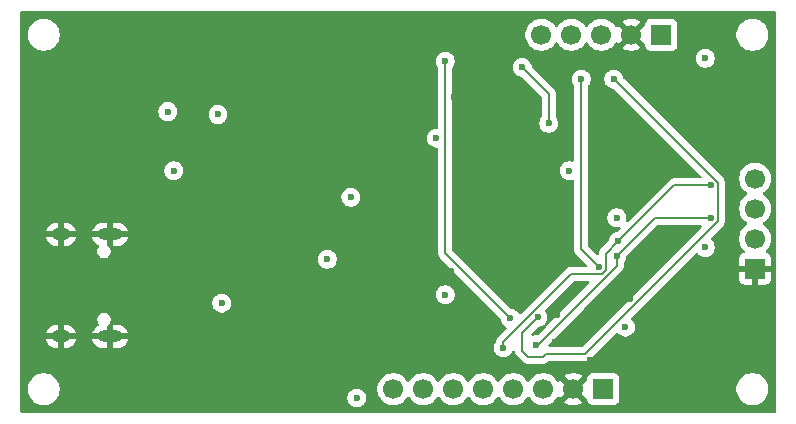
<source format=gbr>
%TF.GenerationSoftware,KiCad,Pcbnew,9.0.2*%
%TF.CreationDate,2025-08-19T18:25:56-04:00*%
%TF.ProjectId,GymDevice,47796d44-6576-4696-9365-2e6b69636164,rev?*%
%TF.SameCoordinates,Original*%
%TF.FileFunction,Copper,L4,Bot*%
%TF.FilePolarity,Positive*%
%FSLAX46Y46*%
G04 Gerber Fmt 4.6, Leading zero omitted, Abs format (unit mm)*
G04 Created by KiCad (PCBNEW 9.0.2) date 2025-08-19 18:25:56*
%MOMM*%
%LPD*%
G01*
G04 APERTURE LIST*
%TA.AperFunction,ComponentPad*%
%ADD10R,1.700000X1.700000*%
%TD*%
%TA.AperFunction,ComponentPad*%
%ADD11C,1.700000*%
%TD*%
%TA.AperFunction,HeatsinkPad*%
%ADD12O,2.100000X1.000000*%
%TD*%
%TA.AperFunction,HeatsinkPad*%
%ADD13O,1.600000X1.000000*%
%TD*%
%TA.AperFunction,ViaPad*%
%ADD14C,0.600000*%
%TD*%
%TA.AperFunction,Conductor*%
%ADD15C,0.200000*%
%TD*%
G04 APERTURE END LIST*
D10*
%TO.P,J2,1,Pin_1*%
%TO.N,GND*%
X87725000Y-47300000D03*
D11*
%TO.P,J2,2,Pin_2*%
%TO.N,/3V3*%
X87725000Y-44760000D03*
%TO.P,J2,3,Pin_3*%
%TO.N,/SCL*%
X87725000Y-42220000D03*
%TO.P,J2,4,Pin_4*%
%TO.N,/SDA*%
X87725000Y-39680000D03*
%TD*%
D10*
%TO.P,J5,1,Pin_1*%
%TO.N,/3V3*%
X79790000Y-27500000D03*
D11*
%TO.P,J5,2,Pin_2*%
%TO.N,GND*%
X77250000Y-27500000D03*
%TO.P,J5,3,Pin_3*%
%TO.N,/SWDIO*%
X74710000Y-27500000D03*
%TO.P,J5,4,Pin_4*%
%TO.N,/SWCLK*%
X72170000Y-27500000D03*
%TO.P,J5,5,Pin_5*%
%TO.N,/NSRT*%
X69630000Y-27500000D03*
%TD*%
D12*
%TO.P,J4,S1,SHIELD*%
%TO.N,GND*%
X33130000Y-44396000D03*
D13*
X28950000Y-44396000D03*
D12*
X33130000Y-53036000D03*
D13*
X28950000Y-53036000D03*
%TD*%
D10*
%TO.P,J3,1,Pin_1*%
%TO.N,/3V3*%
X74870000Y-57500000D03*
D11*
%TO.P,J3,2,Pin_2*%
%TO.N,GND*%
X72330000Y-57500000D03*
%TO.P,J3,3,Pin_3*%
%TO.N,/SCL*%
X69790000Y-57500000D03*
%TO.P,J3,4,Pin_4*%
%TO.N,/SDA*%
X67250000Y-57500000D03*
%TO.P,J3,5,Pin_5*%
%TO.N,/XDA*%
X64710000Y-57500000D03*
%TO.P,J3,6,Pin_6*%
%TO.N,/XCL*%
X62170000Y-57500000D03*
%TO.P,J3,7,Pin_7*%
%TO.N,/ADO*%
X59630000Y-57500000D03*
%TO.P,J3,8,Pin_8*%
%TO.N,/INT*%
X57090000Y-57500000D03*
%TD*%
D14*
%TO.N,GND*%
X63000000Y-31500000D03*
X57000000Y-35000000D03*
X40500000Y-58500000D03*
X51500000Y-26250000D03*
X40750000Y-49500000D03*
X58000000Y-34250000D03*
X37250000Y-36250000D03*
X40250000Y-44500000D03*
X78750000Y-39750000D03*
X78500000Y-31250000D03*
X81250000Y-58500000D03*
X31000000Y-42500000D03*
X62000000Y-47500000D03*
X29000000Y-55000000D03*
X35750000Y-26500000D03*
X77500000Y-30250000D03*
X84500000Y-58500000D03*
X61250000Y-48250000D03*
X40750000Y-46500000D03*
X56500000Y-51000000D03*
X56250000Y-39750000D03*
X81000000Y-44000000D03*
X47750000Y-26500000D03*
X62250000Y-32750000D03*
X61000000Y-26250000D03*
X38750000Y-58750000D03*
X41750000Y-44000000D03*
X88500000Y-50000000D03*
X70750000Y-53500000D03*
X60500000Y-27750000D03*
X47000000Y-58250000D03*
X30250000Y-59000000D03*
X57750000Y-50250000D03*
X58250000Y-39250000D03*
X47250000Y-34000000D03*
X76750000Y-49000000D03*
X87500000Y-49750000D03*
X39500000Y-48000000D03*
X58602298Y-54602298D03*
X35250000Y-40750000D03*
X60000000Y-55000000D03*
X60250000Y-45500000D03*
X33000000Y-42500000D03*
X74000000Y-43500000D03*
X42500000Y-57500000D03*
X77500000Y-37750000D03*
X41000000Y-37000000D03*
X47750000Y-32750000D03*
X67250000Y-35500000D03*
X44000000Y-43000000D03*
X33250000Y-55250000D03*
X38500000Y-57750000D03*
X70990507Y-51240506D03*
X41250000Y-38250000D03*
X79500000Y-30000000D03*
X43500000Y-27750000D03*
X78500000Y-57250000D03*
X55500000Y-51750000D03*
X77118211Y-49868202D03*
X77000000Y-37250000D03*
X31250000Y-55000000D03*
X74250000Y-41500000D03*
X49500000Y-49750000D03*
X64250000Y-51575000D03*
X73750000Y-55000000D03*
X72750000Y-49000000D03*
X79000000Y-40500000D03*
X37000000Y-37500000D03*
X80000000Y-45000000D03*
X68500000Y-34000000D03*
X45500000Y-55750000D03*
X57750000Y-26250000D03*
X70000000Y-39500000D03*
X74500000Y-55500000D03*
X36000000Y-44750000D03*
X29000000Y-42500000D03*
X36000000Y-53250000D03*
X62250000Y-52850000D03*
X67250000Y-37750000D03*
X55750000Y-53000000D03*
X49250000Y-27750000D03*
X47750000Y-59000000D03*
X44750000Y-26500000D03*
X47625707Y-45124293D03*
X46000000Y-34500000D03*
X43000000Y-41500000D03*
X66000000Y-26250000D03*
X49500000Y-43750000D03*
X58250000Y-40750000D03*
X89000000Y-51250000D03*
X80000000Y-56000000D03*
%TO.N,/VBUS*%
X42560000Y-50216000D03*
X38500000Y-39000000D03*
%TO.N,/VBAT*%
X51500000Y-46500000D03*
X53500000Y-41250000D03*
X42250000Y-34250000D03*
X38000000Y-34000000D03*
%TO.N,/3V3*%
X61500000Y-49500000D03*
X54000000Y-58250000D03*
X76750000Y-52250000D03*
X60750000Y-36250000D03*
X72000000Y-39000000D03*
X83500000Y-29500000D03*
X83500000Y-45510000D03*
X76000000Y-43000000D03*
%TO.N,/NSRT*%
X70250000Y-35000000D03*
X68000000Y-30250000D03*
%TO.N,/SWDIO*%
X75750000Y-31250000D03*
X69337500Y-51412500D03*
%TO.N,/SWCLK*%
X73000000Y-31250000D03*
X74500000Y-47162500D03*
%TO.N,Net-(U3-PA9)*%
X61500000Y-29750000D03*
X67000000Y-51500000D03*
%TO.N,/SCL*%
X76000000Y-46250000D03*
X83975000Y-43010000D03*
X69170000Y-53750000D03*
%TO.N,/SDA*%
X83975000Y-40260000D03*
X66420000Y-54000000D03*
X76150000Y-45000000D03*
%TD*%
D15*
%TO.N,/NSRT*%
X70250000Y-35000000D02*
X70250000Y-32500000D01*
X70250000Y-32500000D02*
X68000000Y-30250000D01*
%TO.N,/SWDIO*%
X75814943Y-31250000D02*
X84576000Y-40011057D01*
X68500000Y-54750000D02*
X68000000Y-54250000D01*
X70000000Y-54500000D02*
X69750000Y-54750000D01*
X75750000Y-31250000D02*
X75814943Y-31250000D01*
X84576000Y-43258943D02*
X73334943Y-54500000D01*
X69750000Y-54750000D02*
X68500000Y-54750000D01*
X73334943Y-54500000D02*
X70000000Y-54500000D01*
X68000000Y-54250000D02*
X68000000Y-52750000D01*
X68000000Y-52750000D02*
X69337500Y-51412500D01*
X84576000Y-40011057D02*
X84576000Y-43258943D01*
%TO.N,/SWCLK*%
X73000000Y-45662500D02*
X74500000Y-47162500D01*
X73000000Y-31250000D02*
X73000000Y-45662500D01*
%TO.N,Net-(U3-PA9)*%
X67000000Y-51500000D02*
X61500000Y-46000000D01*
X61500000Y-46000000D02*
X61500000Y-29750000D01*
%TO.N,/SCL*%
X69329543Y-53750000D02*
X69170000Y-53750000D01*
X83975000Y-43010000D02*
X79240000Y-43010000D01*
X76000000Y-46250000D02*
X76000000Y-47079543D01*
X76000000Y-47079543D02*
X69329543Y-53750000D01*
X79240000Y-43010000D02*
X76000000Y-46250000D01*
%TO.N,/SDA*%
X75101000Y-47411443D02*
X74748943Y-47763500D01*
X72136557Y-47763500D02*
X66420000Y-53480057D01*
X74748943Y-47763500D02*
X72136557Y-47763500D01*
X75101000Y-46049000D02*
X75101000Y-47411443D01*
X76150000Y-45000000D02*
X75101000Y-46049000D01*
X76150000Y-45000000D02*
X80890000Y-40260000D01*
X80890000Y-40260000D02*
X83975000Y-40260000D01*
X66420000Y-53480057D02*
X66420000Y-54000000D01*
%TD*%
%TA.AperFunction,Conductor*%
%TO.N,GND*%
G36*
X83142885Y-43630185D02*
G01*
X83188640Y-43682989D01*
X83198584Y-43752147D01*
X83169559Y-43815703D01*
X83163527Y-43822181D01*
X73122527Y-53863181D01*
X73061204Y-53896666D01*
X73034846Y-53899500D01*
X70328640Y-53899500D01*
X70261601Y-53879815D01*
X70215846Y-53827011D01*
X70205902Y-53757853D01*
X70234927Y-53694297D01*
X70240959Y-53687819D01*
X73229416Y-50699362D01*
X76480520Y-47448259D01*
X76559577Y-47311327D01*
X76600501Y-47158600D01*
X76600501Y-47000485D01*
X76600501Y-46992890D01*
X76600500Y-46992872D01*
X76600500Y-46829765D01*
X76620185Y-46762726D01*
X76621398Y-46760874D01*
X76709390Y-46629185D01*
X76709390Y-46629184D01*
X76709394Y-46629179D01*
X76769737Y-46483497D01*
X76797758Y-46342627D01*
X76800638Y-46328150D01*
X76833023Y-46266239D01*
X76834518Y-46264716D01*
X79452416Y-43646819D01*
X79513739Y-43613334D01*
X79540097Y-43610500D01*
X83075846Y-43610500D01*
X83142885Y-43630185D01*
G37*
%TD.AperFunction*%
%TA.AperFunction,Conductor*%
G36*
X73633984Y-48383685D02*
G01*
X73679739Y-48436489D01*
X73689683Y-48505647D01*
X73660658Y-48569203D01*
X73654626Y-48575681D01*
X70148313Y-52081993D01*
X70086990Y-52115478D01*
X70035984Y-52111830D01*
X70042345Y-52151085D01*
X70014460Y-52215149D01*
X70006993Y-52223313D01*
X69317126Y-52913181D01*
X69255803Y-52946666D01*
X69229445Y-52949500D01*
X69091153Y-52949500D01*
X68941046Y-52979358D01*
X68871454Y-52973131D01*
X68816277Y-52930268D01*
X68793033Y-52864378D01*
X68809101Y-52796381D01*
X68829169Y-52770065D01*
X69352164Y-52247071D01*
X69413485Y-52213588D01*
X69415652Y-52213137D01*
X69416341Y-52213000D01*
X69416342Y-52213000D01*
X69570997Y-52182237D01*
X69716679Y-52121894D01*
X69847789Y-52034289D01*
X69847790Y-52034287D01*
X69850421Y-52032530D01*
X69917098Y-52011652D01*
X69942739Y-52018686D01*
X69936948Y-52003158D01*
X69951800Y-51934885D01*
X69957530Y-51925421D01*
X69959289Y-51922789D01*
X70046894Y-51791679D01*
X70107237Y-51645997D01*
X70138000Y-51491342D01*
X70138000Y-51333658D01*
X70138000Y-51333655D01*
X70137999Y-51333653D01*
X70107238Y-51179010D01*
X70107237Y-51179003D01*
X70093354Y-51145487D01*
X70046897Y-51033327D01*
X70046890Y-51033314D01*
X69970882Y-50919560D01*
X69950004Y-50852882D01*
X69968489Y-50785502D01*
X69986299Y-50762992D01*
X72348973Y-48400319D01*
X72410296Y-48366834D01*
X72436654Y-48364000D01*
X73566945Y-48364000D01*
X73633984Y-48383685D01*
G37*
%TD.AperFunction*%
%TA.AperFunction,Conductor*%
G36*
X89442539Y-25520185D02*
G01*
X89488294Y-25572989D01*
X89499500Y-25624500D01*
X89499500Y-59375500D01*
X89479815Y-59442539D01*
X89427011Y-59488294D01*
X89375500Y-59499500D01*
X25624500Y-59499500D01*
X25557461Y-59479815D01*
X25511706Y-59427011D01*
X25500500Y-59375500D01*
X25500500Y-57393713D01*
X26149500Y-57393713D01*
X26149500Y-57606287D01*
X26182754Y-57816243D01*
X26200485Y-57870814D01*
X26248444Y-58018414D01*
X26344951Y-58207820D01*
X26469890Y-58379786D01*
X26620213Y-58530109D01*
X26792179Y-58655048D01*
X26792181Y-58655049D01*
X26792184Y-58655051D01*
X26981588Y-58751557D01*
X27183757Y-58817246D01*
X27393713Y-58850500D01*
X27393714Y-58850500D01*
X27606286Y-58850500D01*
X27606287Y-58850500D01*
X27816243Y-58817246D01*
X28018412Y-58751557D01*
X28207816Y-58655051D01*
X28294138Y-58592335D01*
X28379786Y-58530109D01*
X28379788Y-58530106D01*
X28379792Y-58530104D01*
X28530104Y-58379792D01*
X28530106Y-58379788D01*
X28530109Y-58379786D01*
X28588346Y-58299628D01*
X28655051Y-58207816D01*
X28673732Y-58171153D01*
X53199500Y-58171153D01*
X53199500Y-58328846D01*
X53230261Y-58483489D01*
X53230264Y-58483501D01*
X53290602Y-58629172D01*
X53290609Y-58629185D01*
X53378210Y-58760288D01*
X53378213Y-58760292D01*
X53489707Y-58871786D01*
X53489711Y-58871789D01*
X53620814Y-58959390D01*
X53620827Y-58959397D01*
X53766498Y-59019735D01*
X53766503Y-59019737D01*
X53921153Y-59050499D01*
X53921156Y-59050500D01*
X53921158Y-59050500D01*
X54078844Y-59050500D01*
X54078845Y-59050499D01*
X54233497Y-59019737D01*
X54379179Y-58959394D01*
X54510289Y-58871789D01*
X54621789Y-58760289D01*
X54709394Y-58629179D01*
X54769737Y-58483497D01*
X54800500Y-58328842D01*
X54800500Y-58171158D01*
X54800500Y-58171155D01*
X54800499Y-58171153D01*
X54770117Y-58018414D01*
X54769737Y-58016503D01*
X54748787Y-57965925D01*
X54709397Y-57870827D01*
X54709390Y-57870814D01*
X54621789Y-57739711D01*
X54621786Y-57739707D01*
X54510292Y-57628213D01*
X54510288Y-57628210D01*
X54379185Y-57540609D01*
X54379172Y-57540602D01*
X54289361Y-57503402D01*
X54233501Y-57480264D01*
X54233489Y-57480261D01*
X54078845Y-57449500D01*
X54078842Y-57449500D01*
X53921158Y-57449500D01*
X53921155Y-57449500D01*
X53766510Y-57480261D01*
X53766498Y-57480264D01*
X53620827Y-57540602D01*
X53620814Y-57540609D01*
X53489711Y-57628210D01*
X53489707Y-57628213D01*
X53378213Y-57739707D01*
X53378210Y-57739711D01*
X53290609Y-57870814D01*
X53290602Y-57870827D01*
X53230264Y-58016498D01*
X53230261Y-58016510D01*
X53199500Y-58171153D01*
X28673732Y-58171153D01*
X28751557Y-58018412D01*
X28817246Y-57816243D01*
X28850500Y-57606287D01*
X28850500Y-57393713D01*
X55739500Y-57393713D01*
X55739500Y-57606287D01*
X55772754Y-57816243D01*
X55790485Y-57870814D01*
X55838444Y-58018414D01*
X55934951Y-58207820D01*
X56059890Y-58379786D01*
X56210213Y-58530109D01*
X56382179Y-58655048D01*
X56382181Y-58655049D01*
X56382184Y-58655051D01*
X56571588Y-58751557D01*
X56773757Y-58817246D01*
X56983713Y-58850500D01*
X56983714Y-58850500D01*
X57196286Y-58850500D01*
X57196287Y-58850500D01*
X57406243Y-58817246D01*
X57608412Y-58751557D01*
X57797816Y-58655051D01*
X57884138Y-58592335D01*
X57969786Y-58530109D01*
X57969788Y-58530106D01*
X57969792Y-58530104D01*
X58120104Y-58379792D01*
X58120106Y-58379788D01*
X58120109Y-58379786D01*
X58245048Y-58207820D01*
X58245049Y-58207819D01*
X58245051Y-58207816D01*
X58249514Y-58199054D01*
X58297488Y-58148259D01*
X58365308Y-58131463D01*
X58431444Y-58153999D01*
X58470486Y-58199056D01*
X58474951Y-58207820D01*
X58599890Y-58379786D01*
X58750213Y-58530109D01*
X58922179Y-58655048D01*
X58922181Y-58655049D01*
X58922184Y-58655051D01*
X59111588Y-58751557D01*
X59313757Y-58817246D01*
X59523713Y-58850500D01*
X59523714Y-58850500D01*
X59736286Y-58850500D01*
X59736287Y-58850500D01*
X59946243Y-58817246D01*
X60148412Y-58751557D01*
X60337816Y-58655051D01*
X60424138Y-58592335D01*
X60509786Y-58530109D01*
X60509788Y-58530106D01*
X60509792Y-58530104D01*
X60660104Y-58379792D01*
X60660106Y-58379788D01*
X60660109Y-58379786D01*
X60785048Y-58207820D01*
X60785049Y-58207819D01*
X60785051Y-58207816D01*
X60789514Y-58199054D01*
X60837488Y-58148259D01*
X60905308Y-58131463D01*
X60971444Y-58153999D01*
X61010486Y-58199056D01*
X61014951Y-58207820D01*
X61139890Y-58379786D01*
X61290213Y-58530109D01*
X61462179Y-58655048D01*
X61462181Y-58655049D01*
X61462184Y-58655051D01*
X61651588Y-58751557D01*
X61853757Y-58817246D01*
X62063713Y-58850500D01*
X62063714Y-58850500D01*
X62276286Y-58850500D01*
X62276287Y-58850500D01*
X62486243Y-58817246D01*
X62688412Y-58751557D01*
X62877816Y-58655051D01*
X62964138Y-58592335D01*
X63049786Y-58530109D01*
X63049788Y-58530106D01*
X63049792Y-58530104D01*
X63200104Y-58379792D01*
X63200106Y-58379788D01*
X63200109Y-58379786D01*
X63325048Y-58207820D01*
X63325049Y-58207819D01*
X63325051Y-58207816D01*
X63329514Y-58199054D01*
X63377488Y-58148259D01*
X63445308Y-58131463D01*
X63511444Y-58153999D01*
X63550486Y-58199056D01*
X63554951Y-58207820D01*
X63679890Y-58379786D01*
X63830213Y-58530109D01*
X64002179Y-58655048D01*
X64002181Y-58655049D01*
X64002184Y-58655051D01*
X64191588Y-58751557D01*
X64393757Y-58817246D01*
X64603713Y-58850500D01*
X64603714Y-58850500D01*
X64816286Y-58850500D01*
X64816287Y-58850500D01*
X65026243Y-58817246D01*
X65228412Y-58751557D01*
X65417816Y-58655051D01*
X65504138Y-58592335D01*
X65589786Y-58530109D01*
X65589788Y-58530106D01*
X65589792Y-58530104D01*
X65740104Y-58379792D01*
X65740106Y-58379788D01*
X65740109Y-58379786D01*
X65865048Y-58207820D01*
X65865049Y-58207819D01*
X65865051Y-58207816D01*
X65869514Y-58199054D01*
X65917488Y-58148259D01*
X65985308Y-58131463D01*
X66051444Y-58153999D01*
X66090486Y-58199056D01*
X66094951Y-58207820D01*
X66219890Y-58379786D01*
X66370213Y-58530109D01*
X66542179Y-58655048D01*
X66542181Y-58655049D01*
X66542184Y-58655051D01*
X66731588Y-58751557D01*
X66933757Y-58817246D01*
X67143713Y-58850500D01*
X67143714Y-58850500D01*
X67356286Y-58850500D01*
X67356287Y-58850500D01*
X67566243Y-58817246D01*
X67768412Y-58751557D01*
X67957816Y-58655051D01*
X68044138Y-58592335D01*
X68129786Y-58530109D01*
X68129788Y-58530106D01*
X68129792Y-58530104D01*
X68280104Y-58379792D01*
X68280106Y-58379788D01*
X68280109Y-58379786D01*
X68405048Y-58207820D01*
X68405049Y-58207819D01*
X68405051Y-58207816D01*
X68409514Y-58199054D01*
X68457488Y-58148259D01*
X68525308Y-58131463D01*
X68591444Y-58153999D01*
X68630486Y-58199056D01*
X68634951Y-58207820D01*
X68759890Y-58379786D01*
X68910213Y-58530109D01*
X69082179Y-58655048D01*
X69082181Y-58655049D01*
X69082184Y-58655051D01*
X69271588Y-58751557D01*
X69473757Y-58817246D01*
X69683713Y-58850500D01*
X69683714Y-58850500D01*
X69896286Y-58850500D01*
X69896287Y-58850500D01*
X70106243Y-58817246D01*
X70308412Y-58751557D01*
X70497816Y-58655051D01*
X70584138Y-58592335D01*
X70669786Y-58530109D01*
X70669788Y-58530106D01*
X70669792Y-58530104D01*
X70820104Y-58379792D01*
X70820106Y-58379788D01*
X70820109Y-58379786D01*
X70887515Y-58287007D01*
X70945051Y-58207816D01*
X70949793Y-58198508D01*
X70997763Y-58147711D01*
X71065583Y-58130911D01*
X71131719Y-58153445D01*
X71170763Y-58198500D01*
X71175373Y-58207547D01*
X71214728Y-58261716D01*
X71847037Y-57629408D01*
X71864075Y-57692993D01*
X71929901Y-57807007D01*
X72022993Y-57900099D01*
X72137007Y-57965925D01*
X72200590Y-57982962D01*
X71568282Y-58615269D01*
X71568282Y-58615270D01*
X71622449Y-58654624D01*
X71811782Y-58751095D01*
X72013870Y-58816757D01*
X72223754Y-58850000D01*
X72436246Y-58850000D01*
X72646127Y-58816757D01*
X72646130Y-58816757D01*
X72848217Y-58751095D01*
X73037554Y-58654622D01*
X73091716Y-58615270D01*
X73091717Y-58615270D01*
X72459408Y-57982962D01*
X72522993Y-57965925D01*
X72637007Y-57900099D01*
X72730099Y-57807007D01*
X72795925Y-57692993D01*
X72812962Y-57629408D01*
X73483181Y-58299628D01*
X73516666Y-58360951D01*
X73519500Y-58387300D01*
X73519500Y-58397865D01*
X73519501Y-58397876D01*
X73525908Y-58457483D01*
X73576202Y-58592328D01*
X73576206Y-58592335D01*
X73662452Y-58707544D01*
X73662455Y-58707547D01*
X73777664Y-58793793D01*
X73777671Y-58793797D01*
X73912517Y-58844091D01*
X73912516Y-58844091D01*
X73919444Y-58844835D01*
X73972127Y-58850500D01*
X75767872Y-58850499D01*
X75827483Y-58844091D01*
X75962331Y-58793796D01*
X76077546Y-58707546D01*
X76163796Y-58592331D01*
X76214091Y-58457483D01*
X76220500Y-58397873D01*
X76220499Y-57393713D01*
X86149500Y-57393713D01*
X86149500Y-57606287D01*
X86182754Y-57816243D01*
X86200485Y-57870814D01*
X86248444Y-58018414D01*
X86344951Y-58207820D01*
X86469890Y-58379786D01*
X86620213Y-58530109D01*
X86792179Y-58655048D01*
X86792181Y-58655049D01*
X86792184Y-58655051D01*
X86981588Y-58751557D01*
X87183757Y-58817246D01*
X87393713Y-58850500D01*
X87393714Y-58850500D01*
X87606286Y-58850500D01*
X87606287Y-58850500D01*
X87816243Y-58817246D01*
X88018412Y-58751557D01*
X88207816Y-58655051D01*
X88294138Y-58592335D01*
X88379786Y-58530109D01*
X88379788Y-58530106D01*
X88379792Y-58530104D01*
X88530104Y-58379792D01*
X88530106Y-58379788D01*
X88530109Y-58379786D01*
X88655048Y-58207820D01*
X88655049Y-58207819D01*
X88655051Y-58207816D01*
X88751557Y-58018412D01*
X88817246Y-57816243D01*
X88850500Y-57606287D01*
X88850500Y-57393713D01*
X88817246Y-57183757D01*
X88751557Y-56981588D01*
X88655051Y-56792184D01*
X88655049Y-56792181D01*
X88655048Y-56792179D01*
X88530109Y-56620213D01*
X88379786Y-56469890D01*
X88207820Y-56344951D01*
X88018414Y-56248444D01*
X88018413Y-56248443D01*
X88018412Y-56248443D01*
X87816243Y-56182754D01*
X87816241Y-56182753D01*
X87816240Y-56182753D01*
X87654957Y-56157208D01*
X87606287Y-56149500D01*
X87393713Y-56149500D01*
X87345042Y-56157208D01*
X87183760Y-56182753D01*
X86981585Y-56248444D01*
X86792179Y-56344951D01*
X86620213Y-56469890D01*
X86469890Y-56620213D01*
X86344951Y-56792179D01*
X86248444Y-56981585D01*
X86182753Y-57183760D01*
X86181291Y-57192993D01*
X86149500Y-57393713D01*
X76220499Y-57393713D01*
X76220499Y-56602128D01*
X76214091Y-56542517D01*
X76163796Y-56407669D01*
X76163795Y-56407668D01*
X76163793Y-56407664D01*
X76077547Y-56292455D01*
X76077544Y-56292452D01*
X75962335Y-56206206D01*
X75962328Y-56206202D01*
X75827482Y-56155908D01*
X75827483Y-56155908D01*
X75767883Y-56149501D01*
X75767881Y-56149500D01*
X75767873Y-56149500D01*
X75767864Y-56149500D01*
X73972129Y-56149500D01*
X73972123Y-56149501D01*
X73912516Y-56155908D01*
X73777671Y-56206202D01*
X73777664Y-56206206D01*
X73662455Y-56292452D01*
X73662452Y-56292455D01*
X73576206Y-56407664D01*
X73576202Y-56407671D01*
X73525908Y-56542517D01*
X73519501Y-56602116D01*
X73519501Y-56602123D01*
X73519500Y-56602135D01*
X73519500Y-56612690D01*
X73499815Y-56679729D01*
X73483181Y-56700371D01*
X72812962Y-57370590D01*
X72795925Y-57307007D01*
X72730099Y-57192993D01*
X72637007Y-57099901D01*
X72522993Y-57034075D01*
X72459409Y-57017037D01*
X73091716Y-56384728D01*
X73037550Y-56345375D01*
X72848217Y-56248904D01*
X72646129Y-56183242D01*
X72436246Y-56150000D01*
X72223754Y-56150000D01*
X72013872Y-56183242D01*
X72013869Y-56183242D01*
X71811782Y-56248904D01*
X71622439Y-56345380D01*
X71568282Y-56384727D01*
X71568282Y-56384728D01*
X72200591Y-57017037D01*
X72137007Y-57034075D01*
X72022993Y-57099901D01*
X71929901Y-57192993D01*
X71864075Y-57307007D01*
X71847037Y-57370591D01*
X71214728Y-56738282D01*
X71214727Y-56738282D01*
X71175380Y-56792440D01*
X71175376Y-56792446D01*
X71170760Y-56801505D01*
X71122781Y-56852297D01*
X71054959Y-56869087D01*
X70988826Y-56846543D01*
X70949794Y-56801493D01*
X70945051Y-56792184D01*
X70945049Y-56792181D01*
X70945048Y-56792179D01*
X70820109Y-56620213D01*
X70669786Y-56469890D01*
X70497820Y-56344951D01*
X70308414Y-56248444D01*
X70308413Y-56248443D01*
X70308412Y-56248443D01*
X70106243Y-56182754D01*
X70106241Y-56182753D01*
X70106240Y-56182753D01*
X69944957Y-56157208D01*
X69896287Y-56149500D01*
X69683713Y-56149500D01*
X69635042Y-56157208D01*
X69473760Y-56182753D01*
X69271585Y-56248444D01*
X69082179Y-56344951D01*
X68910213Y-56469890D01*
X68759890Y-56620213D01*
X68634949Y-56792182D01*
X68630484Y-56800946D01*
X68582509Y-56851742D01*
X68514688Y-56868536D01*
X68448553Y-56845998D01*
X68409516Y-56800946D01*
X68405050Y-56792182D01*
X68280109Y-56620213D01*
X68129786Y-56469890D01*
X67957820Y-56344951D01*
X67768414Y-56248444D01*
X67768413Y-56248443D01*
X67768412Y-56248443D01*
X67566243Y-56182754D01*
X67566241Y-56182753D01*
X67566240Y-56182753D01*
X67404957Y-56157208D01*
X67356287Y-56149500D01*
X67143713Y-56149500D01*
X67095042Y-56157208D01*
X66933760Y-56182753D01*
X66731585Y-56248444D01*
X66542179Y-56344951D01*
X66370213Y-56469890D01*
X66219890Y-56620213D01*
X66094949Y-56792182D01*
X66090484Y-56800946D01*
X66042509Y-56851742D01*
X65974688Y-56868536D01*
X65908553Y-56845998D01*
X65869516Y-56800946D01*
X65865050Y-56792182D01*
X65740109Y-56620213D01*
X65589786Y-56469890D01*
X65417820Y-56344951D01*
X65228414Y-56248444D01*
X65228413Y-56248443D01*
X65228412Y-56248443D01*
X65026243Y-56182754D01*
X65026241Y-56182753D01*
X65026240Y-56182753D01*
X64864957Y-56157208D01*
X64816287Y-56149500D01*
X64603713Y-56149500D01*
X64555042Y-56157208D01*
X64393760Y-56182753D01*
X64191585Y-56248444D01*
X64002179Y-56344951D01*
X63830213Y-56469890D01*
X63679890Y-56620213D01*
X63554949Y-56792182D01*
X63550484Y-56800946D01*
X63502509Y-56851742D01*
X63434688Y-56868536D01*
X63368553Y-56845998D01*
X63329516Y-56800946D01*
X63325050Y-56792182D01*
X63200109Y-56620213D01*
X63049786Y-56469890D01*
X62877820Y-56344951D01*
X62688414Y-56248444D01*
X62688413Y-56248443D01*
X62688412Y-56248443D01*
X62486243Y-56182754D01*
X62486241Y-56182753D01*
X62486240Y-56182753D01*
X62324957Y-56157208D01*
X62276287Y-56149500D01*
X62063713Y-56149500D01*
X62015042Y-56157208D01*
X61853760Y-56182753D01*
X61651585Y-56248444D01*
X61462179Y-56344951D01*
X61290213Y-56469890D01*
X61139890Y-56620213D01*
X61014949Y-56792182D01*
X61010484Y-56800946D01*
X60962509Y-56851742D01*
X60894688Y-56868536D01*
X60828553Y-56845998D01*
X60789516Y-56800946D01*
X60785050Y-56792182D01*
X60660109Y-56620213D01*
X60509786Y-56469890D01*
X60337820Y-56344951D01*
X60148414Y-56248444D01*
X60148413Y-56248443D01*
X60148412Y-56248443D01*
X59946243Y-56182754D01*
X59946241Y-56182753D01*
X59946240Y-56182753D01*
X59784957Y-56157208D01*
X59736287Y-56149500D01*
X59523713Y-56149500D01*
X59475042Y-56157208D01*
X59313760Y-56182753D01*
X59111585Y-56248444D01*
X58922179Y-56344951D01*
X58750213Y-56469890D01*
X58599890Y-56620213D01*
X58474949Y-56792182D01*
X58470484Y-56800946D01*
X58422509Y-56851742D01*
X58354688Y-56868536D01*
X58288553Y-56845998D01*
X58249516Y-56800946D01*
X58245050Y-56792182D01*
X58120109Y-56620213D01*
X57969786Y-56469890D01*
X57797820Y-56344951D01*
X57608414Y-56248444D01*
X57608413Y-56248443D01*
X57608412Y-56248443D01*
X57406243Y-56182754D01*
X57406241Y-56182753D01*
X57406240Y-56182753D01*
X57244957Y-56157208D01*
X57196287Y-56149500D01*
X56983713Y-56149500D01*
X56935042Y-56157208D01*
X56773760Y-56182753D01*
X56571585Y-56248444D01*
X56382179Y-56344951D01*
X56210213Y-56469890D01*
X56059890Y-56620213D01*
X55934951Y-56792179D01*
X55838444Y-56981585D01*
X55772753Y-57183760D01*
X55771291Y-57192993D01*
X55739500Y-57393713D01*
X28850500Y-57393713D01*
X28817246Y-57183757D01*
X28751557Y-56981588D01*
X28655051Y-56792184D01*
X28655049Y-56792181D01*
X28655048Y-56792179D01*
X28530109Y-56620213D01*
X28379786Y-56469890D01*
X28207820Y-56344951D01*
X28018414Y-56248444D01*
X28018413Y-56248443D01*
X28018412Y-56248443D01*
X27816243Y-56182754D01*
X27816241Y-56182753D01*
X27816240Y-56182753D01*
X27654957Y-56157208D01*
X27606287Y-56149500D01*
X27393713Y-56149500D01*
X27345042Y-56157208D01*
X27183760Y-56182753D01*
X26981585Y-56248444D01*
X26792179Y-56344951D01*
X26620213Y-56469890D01*
X26469890Y-56620213D01*
X26344951Y-56792179D01*
X26248444Y-56981585D01*
X26182753Y-57183760D01*
X26181291Y-57192993D01*
X26149500Y-57393713D01*
X25500500Y-57393713D01*
X25500500Y-52786000D01*
X27680138Y-52786000D01*
X28483012Y-52786000D01*
X28465795Y-52795940D01*
X28409940Y-52851795D01*
X28370444Y-52920204D01*
X28350000Y-52996504D01*
X28350000Y-53075496D01*
X28370444Y-53151796D01*
X28409940Y-53220205D01*
X28465795Y-53276060D01*
X28483012Y-53286000D01*
X27680138Y-53286000D01*
X27688430Y-53327690D01*
X27688430Y-53327692D01*
X27763807Y-53509671D01*
X27763814Y-53509684D01*
X27873248Y-53673462D01*
X27873251Y-53673466D01*
X28012533Y-53812748D01*
X28012537Y-53812751D01*
X28176315Y-53922185D01*
X28176328Y-53922192D01*
X28358306Y-53997569D01*
X28358318Y-53997572D01*
X28551504Y-54035999D01*
X28551508Y-54036000D01*
X28700000Y-54036000D01*
X28700000Y-53336000D01*
X29200000Y-53336000D01*
X29200000Y-54036000D01*
X29348492Y-54036000D01*
X29348495Y-54035999D01*
X29541681Y-53997572D01*
X29541693Y-53997569D01*
X29723671Y-53922192D01*
X29723684Y-53922185D01*
X29887462Y-53812751D01*
X29887466Y-53812748D01*
X30026748Y-53673466D01*
X30026751Y-53673462D01*
X30136185Y-53509684D01*
X30136192Y-53509671D01*
X30211569Y-53327692D01*
X30211569Y-53327690D01*
X30219862Y-53286000D01*
X29416988Y-53286000D01*
X29434205Y-53276060D01*
X29490060Y-53220205D01*
X29529556Y-53151796D01*
X29550000Y-53075496D01*
X29550000Y-52996504D01*
X29529556Y-52920204D01*
X29490060Y-52851795D01*
X29434205Y-52795940D01*
X29416988Y-52786000D01*
X30219862Y-52786000D01*
X31610138Y-52786000D01*
X32413012Y-52786000D01*
X32395795Y-52795940D01*
X32339940Y-52851795D01*
X32300444Y-52920204D01*
X32280000Y-52996504D01*
X32280000Y-53075496D01*
X32300444Y-53151796D01*
X32339940Y-53220205D01*
X32395795Y-53276060D01*
X32413012Y-53286000D01*
X31610138Y-53286000D01*
X31618430Y-53327690D01*
X31618430Y-53327692D01*
X31693807Y-53509671D01*
X31693814Y-53509684D01*
X31803248Y-53673462D01*
X31803251Y-53673466D01*
X31942533Y-53812748D01*
X31942537Y-53812751D01*
X32106315Y-53922185D01*
X32106328Y-53922192D01*
X32288306Y-53997569D01*
X32288318Y-53997572D01*
X32481504Y-54035999D01*
X32481508Y-54036000D01*
X32880000Y-54036000D01*
X32880000Y-53336000D01*
X33380000Y-53336000D01*
X33380000Y-54036000D01*
X33778492Y-54036000D01*
X33778495Y-54035999D01*
X33971681Y-53997572D01*
X33971693Y-53997569D01*
X34153671Y-53922192D01*
X34153684Y-53922185D01*
X34317462Y-53812751D01*
X34317466Y-53812748D01*
X34456748Y-53673466D01*
X34456751Y-53673462D01*
X34566185Y-53509684D01*
X34566192Y-53509671D01*
X34641569Y-53327692D01*
X34641569Y-53327690D01*
X34649862Y-53286000D01*
X33846988Y-53286000D01*
X33864205Y-53276060D01*
X33920060Y-53220205D01*
X33959556Y-53151796D01*
X33980000Y-53075496D01*
X33980000Y-52996504D01*
X33959556Y-52920204D01*
X33920060Y-52851795D01*
X33864205Y-52795940D01*
X33846988Y-52786000D01*
X34649862Y-52786000D01*
X34641569Y-52744309D01*
X34641569Y-52744307D01*
X34566192Y-52562328D01*
X34566185Y-52562315D01*
X34456751Y-52398537D01*
X34456748Y-52398533D01*
X34317466Y-52259251D01*
X34317462Y-52259248D01*
X34153684Y-52149814D01*
X34153671Y-52149807D01*
X33971693Y-52074430D01*
X33971681Y-52074427D01*
X33778495Y-52036000D01*
X33380000Y-52036000D01*
X33380000Y-52736000D01*
X32880000Y-52736000D01*
X32880000Y-52180463D01*
X32899685Y-52113424D01*
X32942000Y-52073076D01*
X32953365Y-52066515D01*
X33060515Y-51959365D01*
X33074649Y-51934885D01*
X33081721Y-51922637D01*
X33136279Y-51828138D01*
X33136281Y-51828135D01*
X33175500Y-51681766D01*
X33175500Y-51530234D01*
X33136281Y-51383865D01*
X33060515Y-51252635D01*
X32953365Y-51145485D01*
X32887750Y-51107602D01*
X32822136Y-51069719D01*
X32748950Y-51050109D01*
X32675766Y-51030500D01*
X32524234Y-51030500D01*
X32377863Y-51069719D01*
X32246635Y-51145485D01*
X32246632Y-51145487D01*
X32139487Y-51252632D01*
X32139485Y-51252635D01*
X32063719Y-51383863D01*
X32024500Y-51530234D01*
X32024500Y-51681765D01*
X32063719Y-51828136D01*
X32088360Y-51870814D01*
X32139485Y-51959365D01*
X32139487Y-51959367D01*
X32144432Y-51965811D01*
X32141612Y-51967974D01*
X32167302Y-52015020D01*
X32162318Y-52084712D01*
X32120446Y-52140645D01*
X32111379Y-52146416D01*
X32111387Y-52146427D01*
X31942536Y-52259248D01*
X31803251Y-52398533D01*
X31803248Y-52398537D01*
X31693814Y-52562315D01*
X31693807Y-52562328D01*
X31618430Y-52744307D01*
X31618430Y-52744309D01*
X31610138Y-52786000D01*
X30219862Y-52786000D01*
X30211569Y-52744309D01*
X30211569Y-52744307D01*
X30136192Y-52562328D01*
X30136185Y-52562315D01*
X30026751Y-52398537D01*
X30026748Y-52398533D01*
X29887466Y-52259251D01*
X29887462Y-52259248D01*
X29723684Y-52149814D01*
X29723671Y-52149807D01*
X29541693Y-52074430D01*
X29541681Y-52074427D01*
X29348495Y-52036000D01*
X29200000Y-52036000D01*
X29200000Y-52736000D01*
X28700000Y-52736000D01*
X28700000Y-52036000D01*
X28551504Y-52036000D01*
X28358318Y-52074427D01*
X28358306Y-52074430D01*
X28176328Y-52149807D01*
X28176315Y-52149814D01*
X28012537Y-52259248D01*
X28012533Y-52259251D01*
X27873251Y-52398533D01*
X27873248Y-52398537D01*
X27763814Y-52562315D01*
X27763807Y-52562328D01*
X27688430Y-52744307D01*
X27688430Y-52744309D01*
X27680138Y-52786000D01*
X25500500Y-52786000D01*
X25500500Y-50137153D01*
X41759500Y-50137153D01*
X41759500Y-50294846D01*
X41790261Y-50449489D01*
X41790264Y-50449501D01*
X41850602Y-50595172D01*
X41850609Y-50595185D01*
X41938210Y-50726288D01*
X41938213Y-50726292D01*
X42049707Y-50837786D01*
X42049711Y-50837789D01*
X42180814Y-50925390D01*
X42180827Y-50925397D01*
X42326498Y-50985735D01*
X42326503Y-50985737D01*
X42481153Y-51016499D01*
X42481156Y-51016500D01*
X42481158Y-51016500D01*
X42638844Y-51016500D01*
X42638845Y-51016499D01*
X42793497Y-50985737D01*
X42939179Y-50925394D01*
X43070289Y-50837789D01*
X43181789Y-50726289D01*
X43269394Y-50595179D01*
X43329737Y-50449497D01*
X43360500Y-50294842D01*
X43360500Y-50137158D01*
X43360500Y-50137155D01*
X43360499Y-50137153D01*
X43357442Y-50121786D01*
X43329737Y-49982503D01*
X43286942Y-49879185D01*
X43269397Y-49836827D01*
X43269390Y-49836814D01*
X43181789Y-49705711D01*
X43181786Y-49705707D01*
X43070292Y-49594213D01*
X43070288Y-49594210D01*
X42956484Y-49518168D01*
X42939183Y-49506608D01*
X42939172Y-49506602D01*
X42793501Y-49446264D01*
X42793489Y-49446261D01*
X42667264Y-49421153D01*
X60699500Y-49421153D01*
X60699500Y-49578846D01*
X60730261Y-49733489D01*
X60730264Y-49733501D01*
X60790602Y-49879172D01*
X60790609Y-49879185D01*
X60878210Y-50010288D01*
X60878213Y-50010292D01*
X60989707Y-50121786D01*
X60989711Y-50121789D01*
X61120814Y-50209390D01*
X61120827Y-50209397D01*
X61266498Y-50269735D01*
X61266503Y-50269737D01*
X61392714Y-50294842D01*
X61421153Y-50300499D01*
X61421156Y-50300500D01*
X61421158Y-50300500D01*
X61578844Y-50300500D01*
X61578845Y-50300499D01*
X61733497Y-50269737D01*
X61879179Y-50209394D01*
X62010289Y-50121789D01*
X62121789Y-50010289D01*
X62209394Y-49879179D01*
X62269737Y-49733497D01*
X62300500Y-49578842D01*
X62300500Y-49421158D01*
X62300500Y-49421155D01*
X62300499Y-49421153D01*
X62269738Y-49266510D01*
X62269737Y-49266503D01*
X62269735Y-49266498D01*
X62209397Y-49120827D01*
X62209390Y-49120814D01*
X62121789Y-48989711D01*
X62121786Y-48989707D01*
X62010292Y-48878213D01*
X62010288Y-48878210D01*
X61879185Y-48790609D01*
X61879172Y-48790602D01*
X61733501Y-48730264D01*
X61733489Y-48730261D01*
X61578845Y-48699500D01*
X61578842Y-48699500D01*
X61421158Y-48699500D01*
X61421155Y-48699500D01*
X61266510Y-48730261D01*
X61266498Y-48730264D01*
X61120827Y-48790602D01*
X61120814Y-48790609D01*
X60989711Y-48878210D01*
X60989707Y-48878213D01*
X60878213Y-48989707D01*
X60878210Y-48989711D01*
X60790609Y-49120814D01*
X60790602Y-49120827D01*
X60730264Y-49266498D01*
X60730261Y-49266510D01*
X60699500Y-49421153D01*
X42667264Y-49421153D01*
X42638845Y-49415500D01*
X42638842Y-49415500D01*
X42481158Y-49415500D01*
X42481155Y-49415500D01*
X42326510Y-49446261D01*
X42326498Y-49446264D01*
X42180827Y-49506602D01*
X42180814Y-49506609D01*
X42049711Y-49594210D01*
X42049707Y-49594213D01*
X41938213Y-49705707D01*
X41938210Y-49705711D01*
X41850609Y-49836814D01*
X41850602Y-49836827D01*
X41790264Y-49982498D01*
X41790261Y-49982510D01*
X41759500Y-50137153D01*
X25500500Y-50137153D01*
X25500500Y-46421153D01*
X50699500Y-46421153D01*
X50699500Y-46578846D01*
X50730261Y-46733489D01*
X50730264Y-46733501D01*
X50790602Y-46879172D01*
X50790609Y-46879185D01*
X50878210Y-47010288D01*
X50878213Y-47010292D01*
X50989707Y-47121786D01*
X50989711Y-47121789D01*
X51120814Y-47209390D01*
X51120827Y-47209397D01*
X51266498Y-47269735D01*
X51266503Y-47269737D01*
X51421153Y-47300499D01*
X51421156Y-47300500D01*
X51421158Y-47300500D01*
X51578844Y-47300500D01*
X51578845Y-47300499D01*
X51733497Y-47269737D01*
X51879179Y-47209394D01*
X52010289Y-47121789D01*
X52121789Y-47010289D01*
X52209394Y-46879179D01*
X52269737Y-46733497D01*
X52300500Y-46578842D01*
X52300500Y-46421158D01*
X52300500Y-46421155D01*
X52300499Y-46421153D01*
X52290069Y-46368717D01*
X52269737Y-46266503D01*
X52255358Y-46231789D01*
X52209397Y-46120827D01*
X52209390Y-46120814D01*
X52121789Y-45989711D01*
X52121786Y-45989707D01*
X52010292Y-45878213D01*
X52010288Y-45878210D01*
X51879185Y-45790609D01*
X51879172Y-45790602D01*
X51733501Y-45730264D01*
X51733489Y-45730261D01*
X51578845Y-45699500D01*
X51578842Y-45699500D01*
X51421158Y-45699500D01*
X51421155Y-45699500D01*
X51266510Y-45730261D01*
X51266498Y-45730264D01*
X51120827Y-45790602D01*
X51120814Y-45790609D01*
X50989711Y-45878210D01*
X50989707Y-45878213D01*
X50878213Y-45989707D01*
X50878210Y-45989711D01*
X50790609Y-46120814D01*
X50790602Y-46120827D01*
X50730264Y-46266498D01*
X50730261Y-46266510D01*
X50699500Y-46421153D01*
X25500500Y-46421153D01*
X25500500Y-44146000D01*
X27680138Y-44146000D01*
X28483012Y-44146000D01*
X28465795Y-44155940D01*
X28409940Y-44211795D01*
X28370444Y-44280204D01*
X28350000Y-44356504D01*
X28350000Y-44435496D01*
X28370444Y-44511796D01*
X28409940Y-44580205D01*
X28465795Y-44636060D01*
X28483012Y-44646000D01*
X27680138Y-44646000D01*
X27688430Y-44687690D01*
X27688430Y-44687692D01*
X27763807Y-44869671D01*
X27763814Y-44869684D01*
X27873248Y-45033462D01*
X27873251Y-45033466D01*
X28012533Y-45172748D01*
X28012537Y-45172751D01*
X28176315Y-45282185D01*
X28176328Y-45282192D01*
X28358306Y-45357569D01*
X28358318Y-45357572D01*
X28551504Y-45395999D01*
X28551508Y-45396000D01*
X28700000Y-45396000D01*
X28700000Y-44696000D01*
X29200000Y-44696000D01*
X29200000Y-45396000D01*
X29348492Y-45396000D01*
X29348495Y-45395999D01*
X29541681Y-45357572D01*
X29541693Y-45357569D01*
X29723671Y-45282192D01*
X29723684Y-45282185D01*
X29887462Y-45172751D01*
X29887466Y-45172748D01*
X30026748Y-45033466D01*
X30026751Y-45033462D01*
X30136185Y-44869684D01*
X30136192Y-44869671D01*
X30211569Y-44687692D01*
X30211569Y-44687690D01*
X30219862Y-44646000D01*
X29416988Y-44646000D01*
X29434205Y-44636060D01*
X29490060Y-44580205D01*
X29529556Y-44511796D01*
X29550000Y-44435496D01*
X29550000Y-44356504D01*
X29529556Y-44280204D01*
X29490060Y-44211795D01*
X29434205Y-44155940D01*
X29416988Y-44146000D01*
X30219862Y-44146000D01*
X31610138Y-44146000D01*
X32413012Y-44146000D01*
X32395795Y-44155940D01*
X32339940Y-44211795D01*
X32300444Y-44280204D01*
X32280000Y-44356504D01*
X32280000Y-44435496D01*
X32300444Y-44511796D01*
X32339940Y-44580205D01*
X32395795Y-44636060D01*
X32413012Y-44646000D01*
X31610138Y-44646000D01*
X31618430Y-44687690D01*
X31618430Y-44687692D01*
X31693807Y-44869671D01*
X31693814Y-44869684D01*
X31803248Y-45033462D01*
X31803251Y-45033466D01*
X31942533Y-45172748D01*
X31942537Y-45172751D01*
X32111387Y-45285574D01*
X32110430Y-45287005D01*
X32154425Y-45330211D01*
X32169895Y-45398346D01*
X32146072Y-45464029D01*
X32144309Y-45466094D01*
X32144432Y-45466189D01*
X32139485Y-45472635D01*
X32063719Y-45603863D01*
X32043243Y-45680282D01*
X32024500Y-45750234D01*
X32024500Y-45901766D01*
X32034922Y-45940662D01*
X32063719Y-46048136D01*
X32089513Y-46092812D01*
X32139485Y-46179365D01*
X32246635Y-46286515D01*
X32377865Y-46362281D01*
X32524234Y-46401500D01*
X32524236Y-46401500D01*
X32675764Y-46401500D01*
X32675766Y-46401500D01*
X32822135Y-46362281D01*
X32953365Y-46286515D01*
X33060515Y-46179365D01*
X33136281Y-46048135D01*
X33175500Y-45901766D01*
X33175500Y-45750234D01*
X33136281Y-45603865D01*
X33060515Y-45472635D01*
X32953365Y-45365485D01*
X32941998Y-45358922D01*
X32893783Y-45308354D01*
X32880000Y-45251536D01*
X32880000Y-44696000D01*
X33380000Y-44696000D01*
X33380000Y-45396000D01*
X33778492Y-45396000D01*
X33778495Y-45395999D01*
X33971681Y-45357572D01*
X33971693Y-45357569D01*
X34153671Y-45282192D01*
X34153684Y-45282185D01*
X34317462Y-45172751D01*
X34317466Y-45172748D01*
X34456748Y-45033466D01*
X34456751Y-45033462D01*
X34566185Y-44869684D01*
X34566192Y-44869671D01*
X34641569Y-44687692D01*
X34641569Y-44687690D01*
X34649862Y-44646000D01*
X33846988Y-44646000D01*
X33864205Y-44636060D01*
X33920060Y-44580205D01*
X33959556Y-44511796D01*
X33980000Y-44435496D01*
X33980000Y-44356504D01*
X33959556Y-44280204D01*
X33920060Y-44211795D01*
X33864205Y-44155940D01*
X33846988Y-44146000D01*
X34649862Y-44146000D01*
X34641569Y-44104309D01*
X34641569Y-44104307D01*
X34566192Y-43922328D01*
X34566185Y-43922315D01*
X34456751Y-43758537D01*
X34456748Y-43758533D01*
X34317466Y-43619251D01*
X34317462Y-43619248D01*
X34153684Y-43509814D01*
X34153671Y-43509807D01*
X33971693Y-43434430D01*
X33971681Y-43434427D01*
X33778495Y-43396000D01*
X33380000Y-43396000D01*
X33380000Y-44096000D01*
X32880000Y-44096000D01*
X32880000Y-43396000D01*
X32481504Y-43396000D01*
X32288318Y-43434427D01*
X32288306Y-43434430D01*
X32106328Y-43509807D01*
X32106315Y-43509814D01*
X31942537Y-43619248D01*
X31942533Y-43619251D01*
X31803251Y-43758533D01*
X31803248Y-43758537D01*
X31693814Y-43922315D01*
X31693807Y-43922328D01*
X31618430Y-44104307D01*
X31618430Y-44104309D01*
X31610138Y-44146000D01*
X30219862Y-44146000D01*
X30211569Y-44104309D01*
X30211569Y-44104307D01*
X30136192Y-43922328D01*
X30136185Y-43922315D01*
X30026751Y-43758537D01*
X30026748Y-43758533D01*
X29887466Y-43619251D01*
X29887462Y-43619248D01*
X29723684Y-43509814D01*
X29723671Y-43509807D01*
X29541693Y-43434430D01*
X29541681Y-43434427D01*
X29348495Y-43396000D01*
X29200000Y-43396000D01*
X29200000Y-44096000D01*
X28700000Y-44096000D01*
X28700000Y-43396000D01*
X28551504Y-43396000D01*
X28358318Y-43434427D01*
X28358306Y-43434430D01*
X28176328Y-43509807D01*
X28176315Y-43509814D01*
X28012537Y-43619248D01*
X28012533Y-43619251D01*
X27873251Y-43758533D01*
X27873248Y-43758537D01*
X27763814Y-43922315D01*
X27763807Y-43922328D01*
X27688430Y-44104307D01*
X27688430Y-44104309D01*
X27680138Y-44146000D01*
X25500500Y-44146000D01*
X25500500Y-41171153D01*
X52699500Y-41171153D01*
X52699500Y-41328846D01*
X52730261Y-41483489D01*
X52730264Y-41483501D01*
X52790602Y-41629172D01*
X52790609Y-41629185D01*
X52878210Y-41760288D01*
X52878213Y-41760292D01*
X52989707Y-41871786D01*
X52989711Y-41871789D01*
X53120814Y-41959390D01*
X53120827Y-41959397D01*
X53266498Y-42019735D01*
X53266503Y-42019737D01*
X53421153Y-42050499D01*
X53421156Y-42050500D01*
X53421158Y-42050500D01*
X53578844Y-42050500D01*
X53578845Y-42050499D01*
X53733497Y-42019737D01*
X53879179Y-41959394D01*
X54010289Y-41871789D01*
X54121789Y-41760289D01*
X54209394Y-41629179D01*
X54269737Y-41483497D01*
X54300500Y-41328842D01*
X54300500Y-41171158D01*
X54300500Y-41171155D01*
X54300499Y-41171153D01*
X54296198Y-41149529D01*
X54269737Y-41016503D01*
X54250224Y-40969394D01*
X54209397Y-40870827D01*
X54209390Y-40870814D01*
X54121789Y-40739711D01*
X54121786Y-40739707D01*
X54010292Y-40628213D01*
X54010288Y-40628210D01*
X53879185Y-40540609D01*
X53879172Y-40540602D01*
X53733501Y-40480264D01*
X53733489Y-40480261D01*
X53578845Y-40449500D01*
X53578842Y-40449500D01*
X53421158Y-40449500D01*
X53421155Y-40449500D01*
X53266510Y-40480261D01*
X53266498Y-40480264D01*
X53120827Y-40540602D01*
X53120814Y-40540609D01*
X52989711Y-40628210D01*
X52989707Y-40628213D01*
X52878213Y-40739707D01*
X52878210Y-40739711D01*
X52790609Y-40870814D01*
X52790602Y-40870827D01*
X52730264Y-41016498D01*
X52730261Y-41016510D01*
X52699500Y-41171153D01*
X25500500Y-41171153D01*
X25500500Y-38921153D01*
X37699500Y-38921153D01*
X37699500Y-39078846D01*
X37730261Y-39233489D01*
X37730264Y-39233501D01*
X37790602Y-39379172D01*
X37790609Y-39379185D01*
X37878210Y-39510288D01*
X37878213Y-39510292D01*
X37989707Y-39621786D01*
X37989711Y-39621789D01*
X38120814Y-39709390D01*
X38120827Y-39709397D01*
X38266498Y-39769735D01*
X38266503Y-39769737D01*
X38396982Y-39795691D01*
X38421153Y-39800499D01*
X38421156Y-39800500D01*
X38421158Y-39800500D01*
X38578844Y-39800500D01*
X38578845Y-39800499D01*
X38733497Y-39769737D01*
X38879179Y-39709394D01*
X39010289Y-39621789D01*
X39121789Y-39510289D01*
X39209394Y-39379179D01*
X39269737Y-39233497D01*
X39300500Y-39078842D01*
X39300500Y-38921158D01*
X39300500Y-38921155D01*
X39300499Y-38921153D01*
X39269738Y-38766510D01*
X39269737Y-38766503D01*
X39269735Y-38766498D01*
X39209397Y-38620827D01*
X39209390Y-38620814D01*
X39121789Y-38489711D01*
X39121786Y-38489707D01*
X39010292Y-38378213D01*
X39010288Y-38378210D01*
X38879185Y-38290609D01*
X38879172Y-38290602D01*
X38733501Y-38230264D01*
X38733489Y-38230261D01*
X38578845Y-38199500D01*
X38578842Y-38199500D01*
X38421158Y-38199500D01*
X38421155Y-38199500D01*
X38266510Y-38230261D01*
X38266498Y-38230264D01*
X38120827Y-38290602D01*
X38120814Y-38290609D01*
X37989711Y-38378210D01*
X37989707Y-38378213D01*
X37878213Y-38489707D01*
X37878210Y-38489711D01*
X37790609Y-38620814D01*
X37790602Y-38620827D01*
X37730264Y-38766498D01*
X37730261Y-38766510D01*
X37699500Y-38921153D01*
X25500500Y-38921153D01*
X25500500Y-36171153D01*
X59949500Y-36171153D01*
X59949500Y-36328846D01*
X59980261Y-36483489D01*
X59980264Y-36483501D01*
X60040602Y-36629172D01*
X60040609Y-36629185D01*
X60128210Y-36760288D01*
X60128213Y-36760292D01*
X60239707Y-36871786D01*
X60239711Y-36871789D01*
X60370814Y-36959390D01*
X60370827Y-36959397D01*
X60516498Y-37019735D01*
X60516503Y-37019737D01*
X60671153Y-37050499D01*
X60671156Y-37050500D01*
X60775500Y-37050500D01*
X60842539Y-37070185D01*
X60888294Y-37122989D01*
X60899500Y-37174500D01*
X60899500Y-45913330D01*
X60899499Y-45913348D01*
X60899499Y-46079054D01*
X60899498Y-46079054D01*
X60940424Y-46231789D01*
X60940425Y-46231790D01*
X60958444Y-46262999D01*
X60958445Y-46263000D01*
X61019477Y-46368712D01*
X61019481Y-46368717D01*
X61138349Y-46487585D01*
X61138355Y-46487590D01*
X66165425Y-51514660D01*
X66198910Y-51575983D01*
X66199361Y-51578149D01*
X66230261Y-51733491D01*
X66230264Y-51733501D01*
X66290602Y-51879172D01*
X66290609Y-51879185D01*
X66378210Y-52010288D01*
X66378213Y-52010292D01*
X66489707Y-52121786D01*
X66489711Y-52121789D01*
X66625886Y-52212779D01*
X66624574Y-52214742D01*
X66666959Y-52256355D01*
X66682438Y-52324489D01*
X66658624Y-52390175D01*
X66646359Y-52404461D01*
X66051286Y-52999535D01*
X65939481Y-53111339D01*
X65939479Y-53111342D01*
X65903574Y-53173533D01*
X65903573Y-53173535D01*
X65860423Y-53248271D01*
X65860423Y-53248272D01*
X65819499Y-53401000D01*
X65819499Y-53401002D01*
X65819499Y-53420235D01*
X65799814Y-53487274D01*
X65798601Y-53489126D01*
X65710609Y-53620814D01*
X65710602Y-53620827D01*
X65650264Y-53766498D01*
X65650261Y-53766510D01*
X65619500Y-53921153D01*
X65619500Y-54078846D01*
X65650261Y-54233489D01*
X65650264Y-54233501D01*
X65710602Y-54379172D01*
X65710609Y-54379185D01*
X65798210Y-54510288D01*
X65798213Y-54510292D01*
X65909707Y-54621786D01*
X65909711Y-54621789D01*
X66040814Y-54709390D01*
X66040827Y-54709397D01*
X66091826Y-54730521D01*
X66186503Y-54769737D01*
X66341153Y-54800499D01*
X66341156Y-54800500D01*
X66341158Y-54800500D01*
X66498844Y-54800500D01*
X66498845Y-54800499D01*
X66653497Y-54769737D01*
X66799179Y-54709394D01*
X66930289Y-54621789D01*
X67041789Y-54510289D01*
X67129394Y-54379179D01*
X67150155Y-54329057D01*
X67162266Y-54299819D01*
X67206106Y-54245415D01*
X67272400Y-54223350D01*
X67340100Y-54240629D01*
X67387711Y-54291766D01*
X67395025Y-54309786D01*
X67399499Y-54323893D01*
X67399499Y-54329057D01*
X67440423Y-54481785D01*
X67453986Y-54505276D01*
X67460722Y-54516943D01*
X67460724Y-54516949D01*
X67519475Y-54618709D01*
X67519479Y-54618714D01*
X67519480Y-54618716D01*
X67631284Y-54730520D01*
X67631285Y-54730521D01*
X68131284Y-55230520D01*
X68131286Y-55230521D01*
X68131290Y-55230524D01*
X68268209Y-55309573D01*
X68268216Y-55309577D01*
X68420943Y-55350501D01*
X68420945Y-55350501D01*
X68586654Y-55350501D01*
X68586670Y-55350500D01*
X69663331Y-55350500D01*
X69663347Y-55350501D01*
X69670943Y-55350501D01*
X69829054Y-55350501D01*
X69829057Y-55350501D01*
X69981785Y-55309577D01*
X70031904Y-55280639D01*
X70118716Y-55230520D01*
X70212418Y-55136817D01*
X70273739Y-55103334D01*
X70300098Y-55100500D01*
X73248274Y-55100500D01*
X73248290Y-55100501D01*
X73255886Y-55100501D01*
X73413997Y-55100501D01*
X73414000Y-55100501D01*
X73566728Y-55059577D01*
X73616847Y-55030639D01*
X73703659Y-54980520D01*
X73815463Y-54868716D01*
X73815463Y-54868714D01*
X73825671Y-54858507D01*
X73825673Y-54858504D01*
X75939532Y-52744644D01*
X76000853Y-52711161D01*
X76070545Y-52716145D01*
X76123811Y-52756020D01*
X76124347Y-52755581D01*
X76126136Y-52757761D01*
X76126478Y-52758017D01*
X76127304Y-52759184D01*
X76128213Y-52760292D01*
X76239707Y-52871786D01*
X76239711Y-52871789D01*
X76370814Y-52959390D01*
X76370827Y-52959397D01*
X76516498Y-53019735D01*
X76516503Y-53019737D01*
X76621418Y-53040606D01*
X76671153Y-53050499D01*
X76671156Y-53050500D01*
X76671158Y-53050500D01*
X76828844Y-53050500D01*
X76828845Y-53050499D01*
X76983497Y-53019737D01*
X77129179Y-52959394D01*
X77260289Y-52871789D01*
X77371789Y-52760289D01*
X77459394Y-52629179D01*
X77519737Y-52483497D01*
X77550500Y-52328842D01*
X77550500Y-52171158D01*
X77550500Y-52171155D01*
X77550499Y-52171153D01*
X77544756Y-52142281D01*
X77519737Y-52016503D01*
X77496070Y-51959365D01*
X77459397Y-51870827D01*
X77459390Y-51870814D01*
X77371789Y-51739711D01*
X77371786Y-51739707D01*
X77260292Y-51628213D01*
X77255581Y-51624347D01*
X77257000Y-51622617D01*
X77218623Y-51576683D01*
X77209927Y-51507357D01*
X77240091Y-51444334D01*
X77244627Y-51439549D01*
X82685527Y-45998649D01*
X82746848Y-45965166D01*
X82816540Y-45970150D01*
X82872473Y-46012022D01*
X82876310Y-46017444D01*
X82878211Y-46020290D01*
X82989707Y-46131786D01*
X82989711Y-46131789D01*
X83120814Y-46219390D01*
X83120827Y-46219397D01*
X83234541Y-46266498D01*
X83266503Y-46279737D01*
X83406971Y-46307678D01*
X83421153Y-46310499D01*
X83421156Y-46310500D01*
X83421158Y-46310500D01*
X83578844Y-46310500D01*
X83578845Y-46310499D01*
X83733497Y-46279737D01*
X83879179Y-46219394D01*
X84010289Y-46131789D01*
X84121789Y-46020289D01*
X84209394Y-45889179D01*
X84213938Y-45878210D01*
X84250224Y-45790606D01*
X84269737Y-45743497D01*
X84300500Y-45588842D01*
X84300500Y-45431158D01*
X84300500Y-45431155D01*
X84300499Y-45431153D01*
X84293973Y-45398346D01*
X84269737Y-45276503D01*
X84269735Y-45276498D01*
X84209397Y-45130827D01*
X84209390Y-45130814D01*
X84121789Y-44999711D01*
X84121786Y-44999707D01*
X84010290Y-44888211D01*
X84007444Y-44886310D01*
X84006288Y-44884927D01*
X84005581Y-44884347D01*
X84005691Y-44884212D01*
X83962637Y-44832699D01*
X83953928Y-44763374D01*
X83984081Y-44700346D01*
X83988632Y-44695544D01*
X84944713Y-43739464D01*
X84944716Y-43739463D01*
X85056520Y-43627659D01*
X85106639Y-43540847D01*
X85135577Y-43490728D01*
X85176500Y-43338001D01*
X85176500Y-43179886D01*
X85176500Y-40100117D01*
X85176501Y-40100104D01*
X85176501Y-39932001D01*
X85165591Y-39891284D01*
X85135577Y-39779273D01*
X85130072Y-39769738D01*
X85056524Y-39642347D01*
X85056518Y-39642339D01*
X84987892Y-39573713D01*
X86374500Y-39573713D01*
X86374500Y-39786287D01*
X86376751Y-39800499D01*
X86407753Y-39996239D01*
X86473444Y-40198414D01*
X86569951Y-40387820D01*
X86694890Y-40559786D01*
X86845213Y-40710109D01*
X87017182Y-40835050D01*
X87025946Y-40839516D01*
X87076742Y-40887491D01*
X87093536Y-40955312D01*
X87070998Y-41021447D01*
X87025946Y-41060484D01*
X87017182Y-41064949D01*
X86845213Y-41189890D01*
X86694890Y-41340213D01*
X86569951Y-41512179D01*
X86473444Y-41701585D01*
X86407753Y-41903760D01*
X86398942Y-41959394D01*
X86374500Y-42113713D01*
X86374500Y-42326287D01*
X86407754Y-42536243D01*
X86435235Y-42620821D01*
X86473444Y-42738414D01*
X86569951Y-42927820D01*
X86694890Y-43099786D01*
X86845213Y-43250109D01*
X87017182Y-43375050D01*
X87025946Y-43379516D01*
X87076742Y-43427491D01*
X87093536Y-43495312D01*
X87070998Y-43561447D01*
X87025946Y-43600484D01*
X87017182Y-43604949D01*
X86845213Y-43729890D01*
X86694890Y-43880213D01*
X86569951Y-44052179D01*
X86473444Y-44241585D01*
X86407753Y-44443760D01*
X86379711Y-44620814D01*
X86374500Y-44653713D01*
X86374500Y-44866287D01*
X86383191Y-44921158D01*
X86400978Y-45033466D01*
X86407754Y-45076243D01*
X86464710Y-45251536D01*
X86473444Y-45278414D01*
X86569951Y-45467820D01*
X86694890Y-45639786D01*
X86808818Y-45753714D01*
X86842303Y-45815037D01*
X86837319Y-45884729D01*
X86795447Y-45940662D01*
X86764471Y-45957577D01*
X86632912Y-46006646D01*
X86632906Y-46006649D01*
X86517812Y-46092809D01*
X86517809Y-46092812D01*
X86431649Y-46207906D01*
X86431645Y-46207913D01*
X86381403Y-46342620D01*
X86381401Y-46342627D01*
X86375000Y-46402155D01*
X86375000Y-47050000D01*
X87291988Y-47050000D01*
X87259075Y-47107007D01*
X87225000Y-47234174D01*
X87225000Y-47365826D01*
X87259075Y-47492993D01*
X87291988Y-47550000D01*
X86375000Y-47550000D01*
X86375000Y-48197844D01*
X86381401Y-48257372D01*
X86381403Y-48257379D01*
X86431645Y-48392086D01*
X86431649Y-48392093D01*
X86517809Y-48507187D01*
X86517812Y-48507190D01*
X86632906Y-48593350D01*
X86632913Y-48593354D01*
X86767620Y-48643596D01*
X86767627Y-48643598D01*
X86827155Y-48649999D01*
X86827172Y-48650000D01*
X87475000Y-48650000D01*
X87475000Y-47733012D01*
X87532007Y-47765925D01*
X87659174Y-47800000D01*
X87790826Y-47800000D01*
X87917993Y-47765925D01*
X87975000Y-47733012D01*
X87975000Y-48650000D01*
X88622828Y-48650000D01*
X88622844Y-48649999D01*
X88682372Y-48643598D01*
X88682379Y-48643596D01*
X88817086Y-48593354D01*
X88817093Y-48593350D01*
X88932187Y-48507190D01*
X88932190Y-48507187D01*
X89018350Y-48392093D01*
X89018354Y-48392086D01*
X89068596Y-48257379D01*
X89068598Y-48257372D01*
X89074999Y-48197844D01*
X89075000Y-48197827D01*
X89075000Y-47550000D01*
X88158012Y-47550000D01*
X88190925Y-47492993D01*
X88225000Y-47365826D01*
X88225000Y-47234174D01*
X88190925Y-47107007D01*
X88158012Y-47050000D01*
X89075000Y-47050000D01*
X89075000Y-46402172D01*
X89074999Y-46402155D01*
X89068598Y-46342627D01*
X89068596Y-46342620D01*
X89018354Y-46207913D01*
X89018350Y-46207906D01*
X88932190Y-46092812D01*
X88932187Y-46092809D01*
X88817093Y-46006649D01*
X88817088Y-46006646D01*
X88685528Y-45957577D01*
X88629595Y-45915705D01*
X88605178Y-45850241D01*
X88620030Y-45781968D01*
X88641175Y-45753720D01*
X88755104Y-45639792D01*
X88880051Y-45467816D01*
X88976557Y-45278412D01*
X89042246Y-45076243D01*
X89075500Y-44866287D01*
X89075500Y-44653713D01*
X89042246Y-44443757D01*
X88976557Y-44241588D01*
X88880051Y-44052184D01*
X88880049Y-44052181D01*
X88880048Y-44052179D01*
X88755109Y-43880213D01*
X88604786Y-43729890D01*
X88432820Y-43604951D01*
X88432115Y-43604591D01*
X88424054Y-43600485D01*
X88373259Y-43552512D01*
X88356463Y-43484692D01*
X88378999Y-43418556D01*
X88424054Y-43379515D01*
X88432816Y-43375051D01*
X88483814Y-43337999D01*
X88604786Y-43250109D01*
X88604788Y-43250106D01*
X88604792Y-43250104D01*
X88755104Y-43099792D01*
X88755106Y-43099788D01*
X88755109Y-43099786D01*
X88880048Y-42927820D01*
X88880047Y-42927820D01*
X88880051Y-42927816D01*
X88976557Y-42738412D01*
X89042246Y-42536243D01*
X89075500Y-42326287D01*
X89075500Y-42113713D01*
X89042246Y-41903757D01*
X88976557Y-41701588D01*
X88880051Y-41512184D01*
X88880049Y-41512181D01*
X88880048Y-41512179D01*
X88755109Y-41340213D01*
X88604786Y-41189890D01*
X88432820Y-41064951D01*
X88432115Y-41064591D01*
X88424054Y-41060485D01*
X88373259Y-41012512D01*
X88356463Y-40944692D01*
X88378999Y-40878556D01*
X88424054Y-40839515D01*
X88432816Y-40835051D01*
X88454789Y-40819086D01*
X88604786Y-40710109D01*
X88604788Y-40710106D01*
X88604792Y-40710104D01*
X88755104Y-40559792D01*
X88755106Y-40559788D01*
X88755109Y-40559786D01*
X88880048Y-40387820D01*
X88880047Y-40387820D01*
X88880051Y-40387816D01*
X88976557Y-40198412D01*
X89042246Y-39996243D01*
X89075500Y-39786287D01*
X89075500Y-39573713D01*
X89042246Y-39363757D01*
X88976557Y-39161588D01*
X88880051Y-38972184D01*
X88880049Y-38972181D01*
X88880048Y-38972179D01*
X88755109Y-38800213D01*
X88604786Y-38649890D01*
X88432820Y-38524951D01*
X88243414Y-38428444D01*
X88243413Y-38428443D01*
X88243412Y-38428443D01*
X88041243Y-38362754D01*
X88041241Y-38362753D01*
X88041240Y-38362753D01*
X87879957Y-38337208D01*
X87831287Y-38329500D01*
X87618713Y-38329500D01*
X87570042Y-38337208D01*
X87408760Y-38362753D01*
X87206585Y-38428444D01*
X87017179Y-38524951D01*
X86845213Y-38649890D01*
X86694890Y-38800213D01*
X86569951Y-38972179D01*
X86473444Y-39161585D01*
X86407753Y-39363760D01*
X86384545Y-39510289D01*
X86374500Y-39573713D01*
X84987892Y-39573713D01*
X76568447Y-31154268D01*
X76534962Y-31092945D01*
X76534536Y-31090904D01*
X76519737Y-31016503D01*
X76459794Y-30871786D01*
X76459397Y-30870827D01*
X76459390Y-30870814D01*
X76371789Y-30739711D01*
X76371786Y-30739707D01*
X76260292Y-30628213D01*
X76260288Y-30628210D01*
X76129185Y-30540609D01*
X76129172Y-30540602D01*
X75983501Y-30480264D01*
X75983489Y-30480261D01*
X75828845Y-30449500D01*
X75828842Y-30449500D01*
X75671158Y-30449500D01*
X75671155Y-30449500D01*
X75516510Y-30480261D01*
X75516498Y-30480264D01*
X75370827Y-30540602D01*
X75370814Y-30540609D01*
X75239711Y-30628210D01*
X75239707Y-30628213D01*
X75128213Y-30739707D01*
X75128210Y-30739711D01*
X75040609Y-30870814D01*
X75040602Y-30870827D01*
X74980264Y-31016498D01*
X74980261Y-31016510D01*
X74949500Y-31171153D01*
X74949500Y-31328846D01*
X74980261Y-31483489D01*
X74980264Y-31483501D01*
X75040602Y-31629172D01*
X75040609Y-31629185D01*
X75128210Y-31760288D01*
X75128213Y-31760292D01*
X75239707Y-31871786D01*
X75239711Y-31871789D01*
X75370814Y-31959390D01*
X75370827Y-31959397D01*
X75516498Y-32019735D01*
X75516503Y-32019737D01*
X75671153Y-32050499D01*
X75671156Y-32050500D01*
X75671158Y-32050500D01*
X75714846Y-32050500D01*
X75781885Y-32070185D01*
X75802527Y-32086819D01*
X83163526Y-39447819D01*
X83197011Y-39509142D01*
X83192027Y-39578834D01*
X83150155Y-39634767D01*
X83084691Y-39659184D01*
X83075845Y-39659500D01*
X80969057Y-39659500D01*
X80810942Y-39659500D01*
X80658215Y-39700423D01*
X80658214Y-39700423D01*
X80658212Y-39700424D01*
X80658209Y-39700425D01*
X80608096Y-39729359D01*
X80608095Y-39729360D01*
X80564689Y-39754420D01*
X80521285Y-39779479D01*
X80521282Y-39779481D01*
X76984905Y-43315859D01*
X76923582Y-43349344D01*
X76853890Y-43344360D01*
X76797957Y-43302488D01*
X76773540Y-43237024D01*
X76775607Y-43203986D01*
X76800500Y-43078844D01*
X76800500Y-42921155D01*
X76800499Y-42921153D01*
X76769738Y-42766510D01*
X76769737Y-42766503D01*
X76758102Y-42738414D01*
X76709397Y-42620827D01*
X76709390Y-42620814D01*
X76621789Y-42489711D01*
X76621786Y-42489707D01*
X76510292Y-42378213D01*
X76510288Y-42378210D01*
X76379185Y-42290609D01*
X76379172Y-42290602D01*
X76233501Y-42230264D01*
X76233489Y-42230261D01*
X76078845Y-42199500D01*
X76078842Y-42199500D01*
X75921158Y-42199500D01*
X75921155Y-42199500D01*
X75766510Y-42230261D01*
X75766498Y-42230264D01*
X75620827Y-42290602D01*
X75620814Y-42290609D01*
X75489711Y-42378210D01*
X75489707Y-42378213D01*
X75378213Y-42489707D01*
X75378210Y-42489711D01*
X75290609Y-42620814D01*
X75290602Y-42620827D01*
X75230264Y-42766498D01*
X75230261Y-42766510D01*
X75199500Y-42921153D01*
X75199500Y-43078846D01*
X75230261Y-43233489D01*
X75230264Y-43233501D01*
X75290602Y-43379172D01*
X75290609Y-43379185D01*
X75378210Y-43510288D01*
X75378213Y-43510292D01*
X75489707Y-43621786D01*
X75489711Y-43621789D01*
X75620814Y-43709390D01*
X75620827Y-43709397D01*
X75766498Y-43769735D01*
X75766503Y-43769737D01*
X75921153Y-43800499D01*
X75921156Y-43800500D01*
X75921158Y-43800500D01*
X76078844Y-43800500D01*
X76172682Y-43781834D01*
X76203986Y-43775607D01*
X76273578Y-43781834D01*
X76328755Y-43824697D01*
X76352000Y-43890586D01*
X76335933Y-43958583D01*
X76315859Y-43984905D01*
X76135339Y-44165425D01*
X76074016Y-44198910D01*
X76071850Y-44199361D01*
X75916508Y-44230261D01*
X75916498Y-44230264D01*
X75770827Y-44290602D01*
X75770814Y-44290609D01*
X75639711Y-44378210D01*
X75639707Y-44378213D01*
X75528213Y-44489707D01*
X75528210Y-44489711D01*
X75440609Y-44620814D01*
X75440602Y-44620827D01*
X75380264Y-44766498D01*
X75380261Y-44766508D01*
X75349361Y-44921850D01*
X75316976Y-44983761D01*
X75315425Y-44985339D01*
X74620481Y-45680282D01*
X74620479Y-45680284D01*
X74594329Y-45725578D01*
X74583276Y-45744724D01*
X74541423Y-45817215D01*
X74500499Y-45969943D01*
X74500499Y-45969945D01*
X74500499Y-46014402D01*
X74480814Y-46081441D01*
X74428010Y-46127196D01*
X74358852Y-46137140D01*
X74295296Y-46108115D01*
X74288818Y-46102083D01*
X73636819Y-45450084D01*
X73603334Y-45388761D01*
X73600500Y-45362403D01*
X73600500Y-31829765D01*
X73620185Y-31762726D01*
X73621398Y-31760874D01*
X73709390Y-31629185D01*
X73709390Y-31629184D01*
X73709394Y-31629179D01*
X73769737Y-31483497D01*
X73800500Y-31328842D01*
X73800500Y-31171158D01*
X73800500Y-31171155D01*
X73800499Y-31171153D01*
X73769738Y-31016510D01*
X73769737Y-31016503D01*
X73709794Y-30871786D01*
X73709397Y-30870827D01*
X73709390Y-30870814D01*
X73621789Y-30739711D01*
X73621786Y-30739707D01*
X73510292Y-30628213D01*
X73510288Y-30628210D01*
X73379185Y-30540609D01*
X73379172Y-30540602D01*
X73233501Y-30480264D01*
X73233489Y-30480261D01*
X73078845Y-30449500D01*
X73078842Y-30449500D01*
X72921158Y-30449500D01*
X72921155Y-30449500D01*
X72766510Y-30480261D01*
X72766498Y-30480264D01*
X72620827Y-30540602D01*
X72620814Y-30540609D01*
X72489711Y-30628210D01*
X72489707Y-30628213D01*
X72378213Y-30739707D01*
X72378210Y-30739711D01*
X72290609Y-30870814D01*
X72290602Y-30870827D01*
X72230264Y-31016498D01*
X72230261Y-31016510D01*
X72199500Y-31171153D01*
X72199500Y-31328846D01*
X72230261Y-31483489D01*
X72230264Y-31483501D01*
X72290602Y-31629172D01*
X72290609Y-31629185D01*
X72378602Y-31760874D01*
X72399480Y-31827551D01*
X72399500Y-31829765D01*
X72399500Y-38113444D01*
X72379815Y-38180483D01*
X72327011Y-38226238D01*
X72257853Y-38236182D01*
X72239575Y-38231202D01*
X72239324Y-38232031D01*
X72233500Y-38230264D01*
X72233497Y-38230263D01*
X72233492Y-38230262D01*
X72233489Y-38230261D01*
X72078845Y-38199500D01*
X72078842Y-38199500D01*
X71921158Y-38199500D01*
X71921155Y-38199500D01*
X71766510Y-38230261D01*
X71766498Y-38230264D01*
X71620827Y-38290602D01*
X71620814Y-38290609D01*
X71489711Y-38378210D01*
X71489707Y-38378213D01*
X71378213Y-38489707D01*
X71378210Y-38489711D01*
X71290609Y-38620814D01*
X71290602Y-38620827D01*
X71230264Y-38766498D01*
X71230261Y-38766510D01*
X71199500Y-38921153D01*
X71199500Y-39078846D01*
X71230261Y-39233489D01*
X71230264Y-39233501D01*
X71290602Y-39379172D01*
X71290609Y-39379185D01*
X71378210Y-39510288D01*
X71378213Y-39510292D01*
X71489707Y-39621786D01*
X71489711Y-39621789D01*
X71620814Y-39709390D01*
X71620827Y-39709397D01*
X71766498Y-39769735D01*
X71766503Y-39769737D01*
X71896982Y-39795691D01*
X71921153Y-39800499D01*
X71921156Y-39800500D01*
X71921158Y-39800500D01*
X72078844Y-39800500D01*
X72078845Y-39800499D01*
X72233497Y-39769737D01*
X72233509Y-39769731D01*
X72239324Y-39767969D01*
X72240158Y-39770720D01*
X72297359Y-39764497D01*
X72359878Y-39795691D01*
X72395608Y-39855734D01*
X72399500Y-39886555D01*
X72399500Y-45575830D01*
X72399499Y-45575848D01*
X72399499Y-45741554D01*
X72399498Y-45741554D01*
X72408146Y-45773828D01*
X72440423Y-45894285D01*
X72467898Y-45941873D01*
X72519477Y-46031212D01*
X72519481Y-46031217D01*
X72638349Y-46150085D01*
X72638355Y-46150090D01*
X73439584Y-46951319D01*
X73473069Y-47012642D01*
X73468085Y-47082334D01*
X73426213Y-47138267D01*
X73360749Y-47162684D01*
X73351903Y-47163000D01*
X72057497Y-47163000D01*
X72016576Y-47173964D01*
X72016576Y-47173965D01*
X71979308Y-47183951D01*
X71904771Y-47203923D01*
X71904766Y-47203926D01*
X71767847Y-47282975D01*
X71767839Y-47282981D01*
X71656035Y-47394786D01*
X67904461Y-51146359D01*
X67843138Y-51179844D01*
X67773446Y-51174860D01*
X67717513Y-51132988D01*
X67712930Y-51125784D01*
X67712779Y-51125886D01*
X67621789Y-50989711D01*
X67621786Y-50989707D01*
X67510292Y-50878213D01*
X67510288Y-50878210D01*
X67379185Y-50790609D01*
X67379172Y-50790602D01*
X67233501Y-50730264D01*
X67233491Y-50730261D01*
X67078151Y-50699362D01*
X67016241Y-50666977D01*
X67014662Y-50665426D01*
X62136819Y-45787583D01*
X62103334Y-45726260D01*
X62100500Y-45699902D01*
X62100500Y-30329765D01*
X62105403Y-30312848D01*
X62105285Y-30295652D01*
X62118918Y-30266225D01*
X62119724Y-30263447D01*
X62121608Y-30260469D01*
X62121789Y-30260289D01*
X62181348Y-30171153D01*
X67199500Y-30171153D01*
X67199500Y-30328846D01*
X67230261Y-30483489D01*
X67230264Y-30483501D01*
X67290602Y-30629172D01*
X67290609Y-30629185D01*
X67378210Y-30760288D01*
X67378213Y-30760292D01*
X67489707Y-30871786D01*
X67489711Y-30871789D01*
X67620814Y-30959390D01*
X67620827Y-30959397D01*
X67758683Y-31016498D01*
X67766503Y-31019737D01*
X67831147Y-31032595D01*
X67921849Y-31050638D01*
X67983760Y-31083023D01*
X67985339Y-31084574D01*
X69613181Y-32712416D01*
X69646666Y-32773739D01*
X69649500Y-32800097D01*
X69649500Y-34420234D01*
X69629815Y-34487273D01*
X69628602Y-34489125D01*
X69540609Y-34620814D01*
X69540602Y-34620827D01*
X69480264Y-34766498D01*
X69480261Y-34766510D01*
X69449500Y-34921153D01*
X69449500Y-35078846D01*
X69480261Y-35233489D01*
X69480264Y-35233501D01*
X69540602Y-35379172D01*
X69540609Y-35379185D01*
X69628210Y-35510288D01*
X69628213Y-35510292D01*
X69739707Y-35621786D01*
X69739711Y-35621789D01*
X69870814Y-35709390D01*
X69870827Y-35709397D01*
X69944013Y-35739711D01*
X70016503Y-35769737D01*
X70171153Y-35800499D01*
X70171156Y-35800500D01*
X70171158Y-35800500D01*
X70328844Y-35800500D01*
X70328845Y-35800499D01*
X70483497Y-35769737D01*
X70629179Y-35709394D01*
X70760289Y-35621789D01*
X70871789Y-35510289D01*
X70959394Y-35379179D01*
X71019737Y-35233497D01*
X71050500Y-35078842D01*
X71050500Y-34921158D01*
X71050500Y-34921155D01*
X71050499Y-34921153D01*
X71019738Y-34766510D01*
X71019737Y-34766503D01*
X70996080Y-34709390D01*
X70959397Y-34620827D01*
X70959390Y-34620814D01*
X70871398Y-34489125D01*
X70850520Y-34422447D01*
X70850500Y-34420234D01*
X70850500Y-32589060D01*
X70850501Y-32589047D01*
X70850501Y-32420944D01*
X70809576Y-32268214D01*
X70809573Y-32268209D01*
X70730524Y-32131290D01*
X70730518Y-32131282D01*
X68834573Y-30235337D01*
X68801088Y-30174014D01*
X68800637Y-30171847D01*
X68769738Y-30016510D01*
X68769737Y-30016503D01*
X68756062Y-29983489D01*
X68709397Y-29870827D01*
X68709390Y-29870814D01*
X68621789Y-29739711D01*
X68621786Y-29739707D01*
X68510292Y-29628213D01*
X68510288Y-29628210D01*
X68379185Y-29540609D01*
X68379173Y-29540602D01*
X68352674Y-29529627D01*
X68233501Y-29480264D01*
X68233489Y-29480261D01*
X68078845Y-29449500D01*
X68078842Y-29449500D01*
X67921158Y-29449500D01*
X67921155Y-29449500D01*
X67766510Y-29480261D01*
X67766498Y-29480264D01*
X67620827Y-29540602D01*
X67620814Y-29540609D01*
X67489711Y-29628210D01*
X67489707Y-29628213D01*
X67378213Y-29739707D01*
X67378210Y-29739711D01*
X67290609Y-29870814D01*
X67290602Y-29870827D01*
X67230264Y-30016498D01*
X67230261Y-30016510D01*
X67199500Y-30171153D01*
X62181348Y-30171153D01*
X62209394Y-30129179D01*
X62269737Y-29983497D01*
X62300500Y-29828842D01*
X62300500Y-29671158D01*
X62300500Y-29671155D01*
X62300499Y-29671153D01*
X62274531Y-29540606D01*
X62269737Y-29516503D01*
X62269735Y-29516498D01*
X62230242Y-29421153D01*
X82699500Y-29421153D01*
X82699500Y-29578846D01*
X82730261Y-29733489D01*
X82730264Y-29733501D01*
X82790602Y-29879172D01*
X82790609Y-29879185D01*
X82878210Y-30010288D01*
X82878213Y-30010292D01*
X82989707Y-30121786D01*
X82989711Y-30121789D01*
X83120814Y-30209390D01*
X83120827Y-30209397D01*
X83251317Y-30263447D01*
X83266503Y-30269737D01*
X83396786Y-30295652D01*
X83421153Y-30300499D01*
X83421156Y-30300500D01*
X83421158Y-30300500D01*
X83578844Y-30300500D01*
X83578845Y-30300499D01*
X83733497Y-30269737D01*
X83879179Y-30209394D01*
X84010289Y-30121789D01*
X84121789Y-30010289D01*
X84209394Y-29879179D01*
X84212854Y-29870827D01*
X84267163Y-29739711D01*
X84269737Y-29733497D01*
X84300500Y-29578842D01*
X84300500Y-29421158D01*
X84300500Y-29421155D01*
X84300499Y-29421153D01*
X84269738Y-29266510D01*
X84269737Y-29266503D01*
X84269735Y-29266498D01*
X84209397Y-29120827D01*
X84209390Y-29120814D01*
X84121789Y-28989711D01*
X84121786Y-28989707D01*
X84010292Y-28878213D01*
X84010288Y-28878210D01*
X83879185Y-28790609D01*
X83879172Y-28790602D01*
X83733501Y-28730264D01*
X83733489Y-28730261D01*
X83578845Y-28699500D01*
X83578842Y-28699500D01*
X83421158Y-28699500D01*
X83421155Y-28699500D01*
X83266510Y-28730261D01*
X83266498Y-28730264D01*
X83120827Y-28790602D01*
X83120814Y-28790609D01*
X82989711Y-28878210D01*
X82989707Y-28878213D01*
X82878213Y-28989707D01*
X82878210Y-28989711D01*
X82790609Y-29120814D01*
X82790602Y-29120827D01*
X82730264Y-29266498D01*
X82730261Y-29266510D01*
X82699500Y-29421153D01*
X62230242Y-29421153D01*
X62209397Y-29370827D01*
X62209390Y-29370814D01*
X62121789Y-29239711D01*
X62121786Y-29239707D01*
X62010292Y-29128213D01*
X62010288Y-29128210D01*
X61879185Y-29040609D01*
X61879172Y-29040602D01*
X61733501Y-28980264D01*
X61733489Y-28980261D01*
X61578845Y-28949500D01*
X61578842Y-28949500D01*
X61421158Y-28949500D01*
X61421155Y-28949500D01*
X61266510Y-28980261D01*
X61266498Y-28980264D01*
X61120827Y-29040602D01*
X61120814Y-29040609D01*
X60989711Y-29128210D01*
X60989707Y-29128213D01*
X60878213Y-29239707D01*
X60878210Y-29239711D01*
X60790609Y-29370814D01*
X60790602Y-29370827D01*
X60730264Y-29516498D01*
X60730261Y-29516510D01*
X60699500Y-29671153D01*
X60699500Y-29828846D01*
X60730261Y-29983489D01*
X60730264Y-29983501D01*
X60790602Y-30129172D01*
X60790609Y-30129185D01*
X60878602Y-30260874D01*
X60899480Y-30327551D01*
X60899500Y-30329765D01*
X60899500Y-35325500D01*
X60879815Y-35392539D01*
X60827011Y-35438294D01*
X60775500Y-35449500D01*
X60671155Y-35449500D01*
X60516510Y-35480261D01*
X60516498Y-35480264D01*
X60370827Y-35540602D01*
X60370814Y-35540609D01*
X60239711Y-35628210D01*
X60239707Y-35628213D01*
X60128213Y-35739707D01*
X60128210Y-35739711D01*
X60040609Y-35870814D01*
X60040602Y-35870827D01*
X59980264Y-36016498D01*
X59980261Y-36016510D01*
X59949500Y-36171153D01*
X25500500Y-36171153D01*
X25500500Y-33921153D01*
X37199500Y-33921153D01*
X37199500Y-34078846D01*
X37230261Y-34233489D01*
X37230264Y-34233501D01*
X37290602Y-34379172D01*
X37290609Y-34379185D01*
X37378210Y-34510288D01*
X37378213Y-34510292D01*
X37489707Y-34621786D01*
X37489711Y-34621789D01*
X37620814Y-34709390D01*
X37620827Y-34709397D01*
X37758683Y-34766498D01*
X37766503Y-34769737D01*
X37921153Y-34800499D01*
X37921156Y-34800500D01*
X37921158Y-34800500D01*
X38078844Y-34800500D01*
X38078845Y-34800499D01*
X38233497Y-34769737D01*
X38379179Y-34709394D01*
X38510289Y-34621789D01*
X38621789Y-34510289D01*
X38709394Y-34379179D01*
X38769737Y-34233497D01*
X38782138Y-34171153D01*
X41449500Y-34171153D01*
X41449500Y-34328846D01*
X41480261Y-34483489D01*
X41480264Y-34483501D01*
X41540602Y-34629172D01*
X41540609Y-34629185D01*
X41628210Y-34760288D01*
X41628213Y-34760292D01*
X41739707Y-34871786D01*
X41739711Y-34871789D01*
X41870814Y-34959390D01*
X41870827Y-34959397D01*
X42016498Y-35019735D01*
X42016503Y-35019737D01*
X42171153Y-35050499D01*
X42171156Y-35050500D01*
X42171158Y-35050500D01*
X42328844Y-35050500D01*
X42328845Y-35050499D01*
X42483497Y-35019737D01*
X42629179Y-34959394D01*
X42760289Y-34871789D01*
X42871789Y-34760289D01*
X42959394Y-34629179D01*
X42962854Y-34620827D01*
X43017163Y-34489711D01*
X43019737Y-34483497D01*
X43050500Y-34328842D01*
X43050500Y-34171158D01*
X43050500Y-34171155D01*
X43050499Y-34171153D01*
X43019738Y-34016510D01*
X43019737Y-34016503D01*
X42980242Y-33921153D01*
X42959397Y-33870827D01*
X42959390Y-33870814D01*
X42871789Y-33739711D01*
X42871786Y-33739707D01*
X42760292Y-33628213D01*
X42760288Y-33628210D01*
X42629185Y-33540609D01*
X42629172Y-33540602D01*
X42483501Y-33480264D01*
X42483489Y-33480261D01*
X42328845Y-33449500D01*
X42328842Y-33449500D01*
X42171158Y-33449500D01*
X42171155Y-33449500D01*
X42016510Y-33480261D01*
X42016498Y-33480264D01*
X41870827Y-33540602D01*
X41870814Y-33540609D01*
X41739711Y-33628210D01*
X41739707Y-33628213D01*
X41628213Y-33739707D01*
X41628210Y-33739711D01*
X41540609Y-33870814D01*
X41540602Y-33870827D01*
X41480264Y-34016498D01*
X41480261Y-34016510D01*
X41449500Y-34171153D01*
X38782138Y-34171153D01*
X38788161Y-34140874D01*
X38800500Y-34078844D01*
X38800500Y-33921155D01*
X38800499Y-33921153D01*
X38769738Y-33766510D01*
X38769737Y-33766503D01*
X38769735Y-33766498D01*
X38709397Y-33620827D01*
X38709390Y-33620814D01*
X38621789Y-33489711D01*
X38621786Y-33489707D01*
X38510292Y-33378213D01*
X38510288Y-33378210D01*
X38379185Y-33290609D01*
X38379172Y-33290602D01*
X38233501Y-33230264D01*
X38233489Y-33230261D01*
X38078845Y-33199500D01*
X38078842Y-33199500D01*
X37921158Y-33199500D01*
X37921155Y-33199500D01*
X37766510Y-33230261D01*
X37766498Y-33230264D01*
X37620827Y-33290602D01*
X37620814Y-33290609D01*
X37489711Y-33378210D01*
X37489707Y-33378213D01*
X37378213Y-33489707D01*
X37378210Y-33489711D01*
X37290609Y-33620814D01*
X37290602Y-33620827D01*
X37230264Y-33766498D01*
X37230261Y-33766510D01*
X37199500Y-33921153D01*
X25500500Y-33921153D01*
X25500500Y-27393713D01*
X26149500Y-27393713D01*
X26149500Y-27606286D01*
X26182753Y-27816239D01*
X26248444Y-28018414D01*
X26344951Y-28207820D01*
X26469890Y-28379786D01*
X26620213Y-28530109D01*
X26792179Y-28655048D01*
X26792181Y-28655049D01*
X26792184Y-28655051D01*
X26981588Y-28751557D01*
X27183757Y-28817246D01*
X27393713Y-28850500D01*
X27393714Y-28850500D01*
X27606286Y-28850500D01*
X27606287Y-28850500D01*
X27816243Y-28817246D01*
X28018412Y-28751557D01*
X28207816Y-28655051D01*
X28294138Y-28592335D01*
X28379786Y-28530109D01*
X28379788Y-28530106D01*
X28379792Y-28530104D01*
X28530104Y-28379792D01*
X28530106Y-28379788D01*
X28530109Y-28379786D01*
X28655048Y-28207820D01*
X28655047Y-28207820D01*
X28655051Y-28207816D01*
X28751557Y-28018412D01*
X28817246Y-27816243D01*
X28850500Y-27606287D01*
X28850500Y-27393713D01*
X68279500Y-27393713D01*
X68279500Y-27606286D01*
X68312753Y-27816239D01*
X68378444Y-28018414D01*
X68474951Y-28207820D01*
X68599890Y-28379786D01*
X68750213Y-28530109D01*
X68922179Y-28655048D01*
X68922181Y-28655049D01*
X68922184Y-28655051D01*
X69111588Y-28751557D01*
X69313757Y-28817246D01*
X69523713Y-28850500D01*
X69523714Y-28850500D01*
X69736286Y-28850500D01*
X69736287Y-28850500D01*
X69946243Y-28817246D01*
X70148412Y-28751557D01*
X70337816Y-28655051D01*
X70424138Y-28592335D01*
X70509786Y-28530109D01*
X70509788Y-28530106D01*
X70509792Y-28530104D01*
X70660104Y-28379792D01*
X70660106Y-28379788D01*
X70660109Y-28379786D01*
X70785048Y-28207820D01*
X70785047Y-28207820D01*
X70785051Y-28207816D01*
X70789514Y-28199054D01*
X70837488Y-28148259D01*
X70905308Y-28131463D01*
X70971444Y-28153999D01*
X71010486Y-28199056D01*
X71014951Y-28207820D01*
X71139890Y-28379786D01*
X71290213Y-28530109D01*
X71462179Y-28655048D01*
X71462181Y-28655049D01*
X71462184Y-28655051D01*
X71651588Y-28751557D01*
X71853757Y-28817246D01*
X72063713Y-28850500D01*
X72063714Y-28850500D01*
X72276286Y-28850500D01*
X72276287Y-28850500D01*
X72486243Y-28817246D01*
X72688412Y-28751557D01*
X72877816Y-28655051D01*
X72964138Y-28592335D01*
X73049786Y-28530109D01*
X73049788Y-28530106D01*
X73049792Y-28530104D01*
X73200104Y-28379792D01*
X73200106Y-28379788D01*
X73200109Y-28379786D01*
X73325048Y-28207820D01*
X73325047Y-28207820D01*
X73325051Y-28207816D01*
X73329514Y-28199054D01*
X73377488Y-28148259D01*
X73445308Y-28131463D01*
X73511444Y-28153999D01*
X73550486Y-28199056D01*
X73554951Y-28207820D01*
X73679890Y-28379786D01*
X73830213Y-28530109D01*
X74002179Y-28655048D01*
X74002181Y-28655049D01*
X74002184Y-28655051D01*
X74191588Y-28751557D01*
X74393757Y-28817246D01*
X74603713Y-28850500D01*
X74603714Y-28850500D01*
X74816286Y-28850500D01*
X74816287Y-28850500D01*
X75026243Y-28817246D01*
X75228412Y-28751557D01*
X75417816Y-28655051D01*
X75504138Y-28592335D01*
X75589786Y-28530109D01*
X75589788Y-28530106D01*
X75589792Y-28530104D01*
X75740104Y-28379792D01*
X75740106Y-28379788D01*
X75740109Y-28379786D01*
X75807515Y-28287007D01*
X75865051Y-28207816D01*
X75869793Y-28198508D01*
X75917763Y-28147711D01*
X75985583Y-28130911D01*
X76051719Y-28153445D01*
X76090763Y-28198500D01*
X76095373Y-28207547D01*
X76134728Y-28261716D01*
X76767037Y-27629408D01*
X76784075Y-27692993D01*
X76849901Y-27807007D01*
X76942993Y-27900099D01*
X77057007Y-27965925D01*
X77120590Y-27982962D01*
X76488282Y-28615269D01*
X76488282Y-28615270D01*
X76542449Y-28654624D01*
X76731782Y-28751095D01*
X76933870Y-28816757D01*
X77143754Y-28850000D01*
X77356246Y-28850000D01*
X77566127Y-28816757D01*
X77566130Y-28816757D01*
X77768217Y-28751095D01*
X77957554Y-28654622D01*
X78011716Y-28615270D01*
X78011717Y-28615270D01*
X77379408Y-27982962D01*
X77442993Y-27965925D01*
X77557007Y-27900099D01*
X77650099Y-27807007D01*
X77715925Y-27692993D01*
X77732962Y-27629408D01*
X78403181Y-28299628D01*
X78436666Y-28360951D01*
X78439500Y-28387300D01*
X78439500Y-28397865D01*
X78439501Y-28397876D01*
X78445908Y-28457483D01*
X78496202Y-28592328D01*
X78496206Y-28592335D01*
X78582452Y-28707544D01*
X78582455Y-28707547D01*
X78697664Y-28793793D01*
X78697671Y-28793797D01*
X78832517Y-28844091D01*
X78832516Y-28844091D01*
X78839444Y-28844835D01*
X78892127Y-28850500D01*
X80687872Y-28850499D01*
X80747483Y-28844091D01*
X80882331Y-28793796D01*
X80997546Y-28707546D01*
X81083796Y-28592331D01*
X81134091Y-28457483D01*
X81140500Y-28397873D01*
X81140499Y-27393713D01*
X86149500Y-27393713D01*
X86149500Y-27606286D01*
X86182753Y-27816239D01*
X86248444Y-28018414D01*
X86344951Y-28207820D01*
X86469890Y-28379786D01*
X86620213Y-28530109D01*
X86792179Y-28655048D01*
X86792181Y-28655049D01*
X86792184Y-28655051D01*
X86981588Y-28751557D01*
X87183757Y-28817246D01*
X87393713Y-28850500D01*
X87393714Y-28850500D01*
X87606286Y-28850500D01*
X87606287Y-28850500D01*
X87816243Y-28817246D01*
X88018412Y-28751557D01*
X88207816Y-28655051D01*
X88294138Y-28592335D01*
X88379786Y-28530109D01*
X88379788Y-28530106D01*
X88379792Y-28530104D01*
X88530104Y-28379792D01*
X88530106Y-28379788D01*
X88530109Y-28379786D01*
X88655048Y-28207820D01*
X88655047Y-28207820D01*
X88655051Y-28207816D01*
X88751557Y-28018412D01*
X88817246Y-27816243D01*
X88850500Y-27606287D01*
X88850500Y-27393713D01*
X88817246Y-27183757D01*
X88751557Y-26981588D01*
X88655051Y-26792184D01*
X88655049Y-26792181D01*
X88655048Y-26792179D01*
X88530109Y-26620213D01*
X88379786Y-26469890D01*
X88207820Y-26344951D01*
X88018414Y-26248444D01*
X88018413Y-26248443D01*
X88018412Y-26248443D01*
X87816243Y-26182754D01*
X87816241Y-26182753D01*
X87816240Y-26182753D01*
X87654957Y-26157208D01*
X87606287Y-26149500D01*
X87393713Y-26149500D01*
X87345042Y-26157208D01*
X87183760Y-26182753D01*
X86981585Y-26248444D01*
X86792179Y-26344951D01*
X86620213Y-26469890D01*
X86469890Y-26620213D01*
X86344951Y-26792179D01*
X86248444Y-26981585D01*
X86182753Y-27183760D01*
X86149500Y-27393713D01*
X81140499Y-27393713D01*
X81140499Y-26602128D01*
X81134091Y-26542517D01*
X81083796Y-26407669D01*
X81083795Y-26407668D01*
X81083793Y-26407664D01*
X80997547Y-26292455D01*
X80997544Y-26292452D01*
X80882335Y-26206206D01*
X80882328Y-26206202D01*
X80747482Y-26155908D01*
X80747483Y-26155908D01*
X80687883Y-26149501D01*
X80687881Y-26149500D01*
X80687873Y-26149500D01*
X80687864Y-26149500D01*
X78892129Y-26149500D01*
X78892123Y-26149501D01*
X78832516Y-26155908D01*
X78697671Y-26206202D01*
X78697664Y-26206206D01*
X78582455Y-26292452D01*
X78582452Y-26292455D01*
X78496206Y-26407664D01*
X78496202Y-26407671D01*
X78445908Y-26542517D01*
X78439501Y-26602116D01*
X78439501Y-26602123D01*
X78439500Y-26602135D01*
X78439500Y-26612690D01*
X78419815Y-26679729D01*
X78403181Y-26700371D01*
X77732962Y-27370590D01*
X77715925Y-27307007D01*
X77650099Y-27192993D01*
X77557007Y-27099901D01*
X77442993Y-27034075D01*
X77379409Y-27017037D01*
X78011716Y-26384728D01*
X77957550Y-26345375D01*
X77768217Y-26248904D01*
X77566129Y-26183242D01*
X77356246Y-26150000D01*
X77143754Y-26150000D01*
X76933872Y-26183242D01*
X76933869Y-26183242D01*
X76731782Y-26248904D01*
X76542439Y-26345380D01*
X76488282Y-26384727D01*
X76488282Y-26384728D01*
X77120591Y-27017037D01*
X77057007Y-27034075D01*
X76942993Y-27099901D01*
X76849901Y-27192993D01*
X76784075Y-27307007D01*
X76767037Y-27370591D01*
X76134728Y-26738282D01*
X76134727Y-26738282D01*
X76095380Y-26792440D01*
X76095376Y-26792446D01*
X76090760Y-26801505D01*
X76042781Y-26852297D01*
X75974959Y-26869087D01*
X75908826Y-26846543D01*
X75869794Y-26801493D01*
X75865051Y-26792184D01*
X75865049Y-26792181D01*
X75865048Y-26792179D01*
X75740109Y-26620213D01*
X75589786Y-26469890D01*
X75417820Y-26344951D01*
X75228414Y-26248444D01*
X75228413Y-26248443D01*
X75228412Y-26248443D01*
X75026243Y-26182754D01*
X75026241Y-26182753D01*
X75026240Y-26182753D01*
X74864957Y-26157208D01*
X74816287Y-26149500D01*
X74603713Y-26149500D01*
X74555042Y-26157208D01*
X74393760Y-26182753D01*
X74191585Y-26248444D01*
X74002179Y-26344951D01*
X73830213Y-26469890D01*
X73679890Y-26620213D01*
X73554949Y-26792182D01*
X73550484Y-26800946D01*
X73502509Y-26851742D01*
X73434688Y-26868536D01*
X73368553Y-26845998D01*
X73329516Y-26800946D01*
X73325050Y-26792182D01*
X73200109Y-26620213D01*
X73049786Y-26469890D01*
X72877820Y-26344951D01*
X72688414Y-26248444D01*
X72688413Y-26248443D01*
X72688412Y-26248443D01*
X72486243Y-26182754D01*
X72486241Y-26182753D01*
X72486240Y-26182753D01*
X72324957Y-26157208D01*
X72276287Y-26149500D01*
X72063713Y-26149500D01*
X72015042Y-26157208D01*
X71853760Y-26182753D01*
X71651585Y-26248444D01*
X71462179Y-26344951D01*
X71290213Y-26469890D01*
X71139890Y-26620213D01*
X71014949Y-26792182D01*
X71010484Y-26800946D01*
X70962509Y-26851742D01*
X70894688Y-26868536D01*
X70828553Y-26845998D01*
X70789516Y-26800946D01*
X70785050Y-26792182D01*
X70660109Y-26620213D01*
X70509786Y-26469890D01*
X70337820Y-26344951D01*
X70148414Y-26248444D01*
X70148413Y-26248443D01*
X70148412Y-26248443D01*
X69946243Y-26182754D01*
X69946241Y-26182753D01*
X69946240Y-26182753D01*
X69784957Y-26157208D01*
X69736287Y-26149500D01*
X69523713Y-26149500D01*
X69475042Y-26157208D01*
X69313760Y-26182753D01*
X69111585Y-26248444D01*
X68922179Y-26344951D01*
X68750213Y-26469890D01*
X68599890Y-26620213D01*
X68474951Y-26792179D01*
X68378444Y-26981585D01*
X68312753Y-27183760D01*
X68279500Y-27393713D01*
X28850500Y-27393713D01*
X28817246Y-27183757D01*
X28751557Y-26981588D01*
X28655051Y-26792184D01*
X28655049Y-26792181D01*
X28655048Y-26792179D01*
X28530109Y-26620213D01*
X28379786Y-26469890D01*
X28207820Y-26344951D01*
X28018414Y-26248444D01*
X28018413Y-26248443D01*
X28018412Y-26248443D01*
X27816243Y-26182754D01*
X27816241Y-26182753D01*
X27816240Y-26182753D01*
X27654957Y-26157208D01*
X27606287Y-26149500D01*
X27393713Y-26149500D01*
X27345042Y-26157208D01*
X27183760Y-26182753D01*
X26981585Y-26248444D01*
X26792179Y-26344951D01*
X26620213Y-26469890D01*
X26469890Y-26620213D01*
X26344951Y-26792179D01*
X26248444Y-26981585D01*
X26182753Y-27183760D01*
X26149500Y-27393713D01*
X25500500Y-27393713D01*
X25500500Y-25624500D01*
X25520185Y-25557461D01*
X25572989Y-25511706D01*
X25624500Y-25500500D01*
X89375500Y-25500500D01*
X89442539Y-25520185D01*
G37*
%TD.AperFunction*%
%TD*%
M02*

</source>
